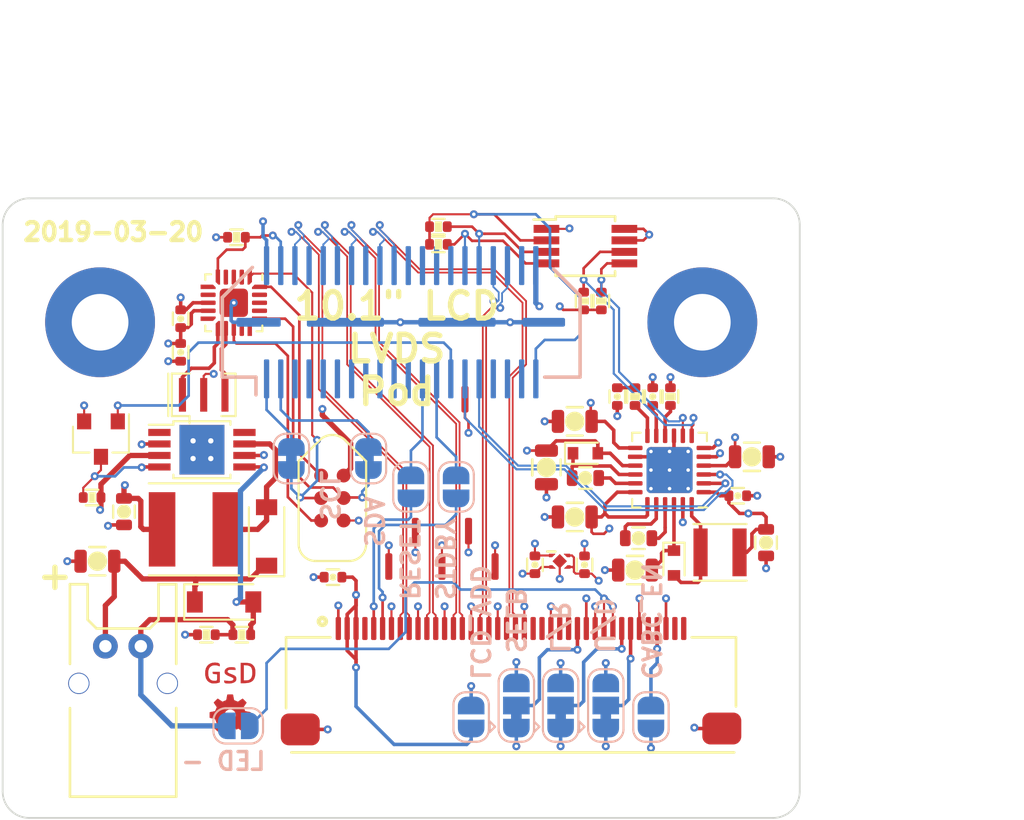
<source format=kicad_pcb>
(kicad_pcb (version 20221018) (generator pcbnew)
  (title_block (title "SYZYGY LVDS 10.1\" LCD Pod") (date "2020-05-23") (rev "r1.0"))
  (layers (0 "F.Cu" signal) (1 "In1.Cu" power) (2 "In2.Cu" signal) (31 "B.Cu" signal) (34 "B.Paste" user) (35 "F.Paste" user) (36 "B.SilkS" user "B.Silkscreen") (37 "F.SilkS" user "F.Silkscreen") (38 "B.Mask" user) (39 "F.Mask" user) (44 "Edge.Cuts" user))
  (net 0 "")
  (net 1 "GND")
  (net 2 "+5V")
  (net 3 "Net-(J1-Pad5)")
  (net 4 "/RXIN_0_P")
  (net 5 "Net-(J1-Pad7)")
  (net 6 "/RXIN_0_N")
  (net 7 "Net-(J1-Pad9)")
  (net 8 "/RXIN_1_P")
  (net 9 "Net-(J1-Pad11)")
  (net 10 "/RXIN_1_N")
  (net 11 "Net-(J1-Pad13)")
  (net 12 "/RXIN_2_P")
  (net 13 "Net-(J1-Pad15)")
  (net 14 "/RXIN_2_N")
  (net 15 "Net-(J1-Pad17)")
  (net 16 "/RXIN_3_P")
  (net 17 "Net-(J1-Pad19)")
  (net 18 "/RXIN_3_N")
  (net 19 "Net-(J1-Pad21)")
  (net 20 "Net-(J1-Pad22)")
  (net 21 "Net-(J1-Pad23)")
  (net 22 "Net-(J1-Pad24)")
  (net 23 "Net-(J1-Pad25)")
  (net 24 "Net-(J1-Pad26)")
  (net 25 "Net-(J1-Pad28)")
  (net 26 "Net-(J1-Pad33)")
  (net 27 "/CLK_P")
  (net 28 "Net-(J1-Pad35)")
  (net 29 "/CLK_N")
  (net 30 "Net-(J1-Pad37)")
  (net 31 "Net-(J1-Pad38)")
  (net 32 "Net-(U1-Pad19)")
  (net 33 "Net-(U1-Pad18)")
  (net 34 "Net-(U1-Pad17)")
  (net 35 "Net-(U1-Pad15)")
  (net 36 "Net-(U1-Pad14)")
  (net 37 "Net-(U1-Pad12)")
  (net 38 "Net-(U1-Pad11)")
  (net 39 "Net-(U1-Pad10)")
  (net 40 "+3V3")
  (net 41 "Net-(U1-Pad7)")
  (net 42 "Net-(U1-Pad6)")
  (net 43 "Net-(U1-Pad4)")
  (net 44 "Net-(U1-Pad3)")
  (net 45 "Net-(U1-Pad2)")
  (net 46 "Net-(C3-Pad1)")
  (net 47 "Net-(C4-Pad1)")
  (net 48 "Net-(C5-Pad2)")
  (net 49 "Net-(C5-Pad1)")
  (net 50 "Net-(C6-Pad2)")
  (net 51 "Net-(C6-Pad1)")
  (net 52 "/LCD PMIC/VOUT")
  (net 53 "Net-(D1-Pad2)")
  (net 54 "Net-(R2-Pad1)")
  (net 55 "Net-(R3-Pad2)")
  (net 56 "/VGH")
  (net 57 "/CABC_EN")
  (net 58 "/VGL")
  (net 59 "/U\\D")
  (net 60 "/L\\R")
  (net 61 "/LED-")
  (net 62 "/AVDD")
  (net 63 "/SELB")
  (net 64 "/DIMO")
  (net 65 "/STBYB")
  (net 66 "/RESET")
  (net 67 "/VDD")
  (net 68 "/VCOM")
  (net 69 "/LCD PMIC/LED+")
  (net 70 "Net-(D3-Pad2)")
  (net 71 "Net-(D4-Pad2)")
  (net 72 "Net-(Q1-Pad3)")
  (net 73 "/LCD PMIC/LED-")
  (net 74 "Net-(U3-Pad1)")
  (net 75 "Net-(U3-Pad8)")
  (net 76 "Net-(J2-Pad40)")
  (net 77 "Net-(J2-Pad39)")
  (net 78 "Net-(J2-Pad36)")
  (net 79 "Net-(J2-Pad26)")
  (net 80 "Net-(J2-Pad24)")
  (net 81 "Net-(J2-Pad23)")
  (net 82 "Net-(J2-Pad4)")
  (net 83 "/Peripheral MCU/MISO")
  (net 84 "/Peripheral MCU/MOSI")
  (net 85 "/Peripheral MCU/~{RESET}")
  (net 86 "/Peripheral MCU/SCK")
  (net 87 "/SCL")
  (net 88 "/SDA")
  (net 89 "/RGA")
  (net 90 "/LCD_EN")
  (net 91 "/LCD_DIM")
  (net 92 "/LCD_PMIC_SDA")
  (net 93 "/LCD_PMIC_SCL")
  (net 94 "/LCD_PMIC_FAULT")
  (net 95 "Net-(R11-Pad2)")
  (net 96 "Net-(R12-Pad2)")
  (net 97 "/VCCIO")
  (footprint "Package_DFN_QFN:QFN-20-1EP_3x3mm_P0.45mm_EP1.6x1.6mm" (layer "F.Cu") (at 120.55 87.1 -90)
    (fp_text reference "U1" hide)
    (fp_text value "ATtiny44A-MMH" hide)
  )
  (footprint "pkl_dipol:R_0402" (layer "F.Cu") (at 120.7 83.4)
    (fp_text reference "R1" hide)
    (fp_text value "10K" hide)
  )
  (footprint "gkl_conn:FH28E-40S-0.5SH(05)" (layer "F.Cu") (at 136.2 105.5 180)
    (fp_text reference "J2" hide)
    (fp_text value "40P 0.5MM FFC" hide)
  )
  (footprint "pkl_dipol:C_0603" (layer "F.Cu") (at 150.6 100.65 -90)
    (fp_text reference "C2" hide)
    (fp_text value "10uF" hide)
  )
  (footprint "pkl_dipol:R_0402" (layer "F.Cu") (at 143.2 92.4 -90)
    (fp_text reference "R3" hide)
    (fp_text value "5K" hide)
  )
  (footprint "pkl_dipol:C_0402" (layer "F.Cu") (at 149 98)
    (fp_text reference "C1" hide)
    (fp_text value "100n" hide)
  )
  (footprint "pkl_dipol:C_0402" (layer "F.Cu") (at 144.2 92.4 90)
    (fp_text reference "C3" hide)
    (fp_text value "100n" hide)
  )
  (footprint "pkl_dipol:C_0805" (layer "F.Cu") (at 143.2 102.2 180)
    (fp_text reference "C7" hide)
    (fp_text value "10uF" hide)
  )
  (footprint "pkl_dipol:C_0603" (layer "F.Cu") (at 140.4 97 180)
    (fp_text reference "C6" hide)
    (fp_text value "100n" hide)
  )
  (footprint "Package_DFN_QFN:QFN-24-1EP_4x4mm_P0.5mm_EP2.6x2.6mm_ThermalVias" (layer "F.Cu") (at 145.15 96.55 180)
    (fp_text reference "U2" hide)
    (fp_text value "A8603" hide)
  )
  (footprint "pkl_dipol:C_0603" (layer "F.Cu") (at 143.4 100.4)
    (fp_text reference "C5" hide)
    (fp_text value "100n" hide)
  )
  (footprint "pkl_dipol:R_0402" (layer "F.Cu") (at 145.2 92.4 90)
    (fp_text reference "R2" hide)
    (fp_text value "5K" hide)
  )
  (footprint "pkl_dipol:C_0805" (layer "F.Cu") (at 149.8 95.8)
    (fp_text reference "C9" hide)
    (fp_text value "10uF" hide)
  )
  (footprint "pkl_dipol:C_0402" (layer "F.Cu") (at 142.2 92.4 -90)
    (fp_text reference "C4" hide)
    (fp_text value "100n" hide)
  )
  (footprint "pkl_dipol:C_0805" (layer "F.Cu") (at 139.8 93.8 180)
    (fp_text reference "C8" hide)
    (fp_text value "10uF" hide)
  )
  (footprint "pkl_dipol:C_0805" (layer "F.Cu") (at 138.2 96.4 -90)
    (fp_text reference "C11" hide)
    (fp_text value "10uF" hide)
  )
  (footprint "Inductor_SMD:L_Taiyo-Yuden_MD-3030" (layer "F.Cu") (at 148 101.2 180)
    (fp_text reference "L1" hide)
    (fp_text value "L" hide)
  )
  (footprint "Diode_SMD:D_SOD-523" (layer "F.Cu") (at 140.4 95.6)
    (fp_text reference "D2" hide)
    (fp_text value "D_Schottky_ALT" hide)
  )
  (footprint "Diode_SMD:D_SOD-523" (layer "F.Cu") (at 145.4 101.8 -90)
    (fp_text reference "D1" hide)
    (fp_text value "D_Schottky_ALT" hide)
  )
  (footprint "pkl_dipol:C_0805" (layer "F.Cu") (at 139.8 99.2 180)
    (fp_text reference "C10" hide)
    (fp_text value "10uF" hide)
  )
  (footprint "pkl_dipol:C_0603" (layer "F.Cu") (at 114.35 98.9 -90)
    (fp_text reference "C12" hide)
    (fp_text value "10uF" hide)
  )
  (footprint "pkl_dipol:C_0805" (layer "F.Cu") (at 112.85 101.7 180)
    (fp_text reference "C13" hide)
    (fp_text value "10uF" hide)
  )
  (footprint "Diode_SMD:D_SOD-123" (layer "F.Cu") (at 120 104)
    (fp_text reference "D4" hide)
    (fp_text value "18V" hide)
  )
  (footprint "Package_TO_SOT_SMD:SOT-23" (layer "F.Cu") (at 113.05 94.8 -90)
    (fp_text reference "Q1" hide)
    (fp_text value "2N7002" hide)
  )
  (footprint "pkl_dipol:R_0402" (layer "F.Cu") (at 112.55 98.1 180)
    (fp_text reference "R4" hide)
    (fp_text value "5K" hide)
  )
  (footprint "pkl_dipol:R_0402" (layer "F.Cu") (at 121 105.85)
    (fp_text reference "R5" hide)
    (fp_text value "5K" hide)
  )
  (footprint "pkl_dipol:R_0402" (layer "F.Cu") (at 119 105.85)
    (fp_text reference "R6" hide)
    (fp_text value "5K" hide)
  )
  (footprint "Package_SO:MSOP-8-1EP_3x3mm_P0.65mm_EP2.54x2.8mm_ThermalVias" (layer "F.Cu") (at 118.75 95.4)
    (fp_text reference "U3" hide)
    (fp_text value "LM3410" hide)
  )
  (footprint "pkl_dipol:C_0402" (layer "F.Cu") (at 117.55 88 90)
    (fp_text reference "C14" hide)
    (fp_text value "100n" hide)
  )
  (footprint "pkl_dipol:C_0402" (layer "F.Cu") (at 117.55 89.9 -90)
    (fp_text reference "C15" hide)
    (fp_text value "1uF" hide)
  )
  (footprint "pkl_tag_connect:TC2030-NL_SMALL" (layer "F.Cu") (at 126.115 98.13 -90)
    (fp_text reference "J3" hide)
    (fp_text value "TagConnect" hide)
  )
  (footprint "Crystal:Resonator_SMD_muRata_CSTxExxV-3Pin_3.0x1.1mm" (layer "F.Cu") (at 118.85 92.3)
    (fp_text reference "Y1" hide)
    (fp_text value "8MHz" hide)
  )
  (footprint "TP" (layer "F.Cu") (at 129.3 102)
    (fp_text reference "REF**" hide)
    (fp_text value "TP" hide)
  )
  (footprint "pkl_dipol:C_0402" (layer "F.Cu") (at 140.35 101.9 90)
    (fp_text reference "C16" hide)
    (fp_text value "100n" hide)
  )
  (footprint "pkl_dipol:C_0402" (layer "F.Cu") (at 126.15 102.6 180)
    (fp_text reference "C17" hide)
    (fp_text value "1uF" hide)
  )
  (footprint "pkl_dipol:C_0402" (layer "F.Cu") (at 137.55 101.9 -90)
    (fp_text reference "C18" hide)
    (fp_text value "100nF" hide)
  )
  (footprint "TP" (layer "F.Cu") (at 130.8 100)
    (fp_text reference "REF**" hide)
    (fp_text value "TP" hide)
  )
  (footprint "TP" (layer "F.Cu") (at 132.3 102)
    (fp_text reference "REF**" hide)
    (fp_text value "TP" hide)
  )
  (footprint "TP" (layer "F.Cu") (at 133.8 100)
    (fp_text reference "REF**" hide)
    (fp_text value "TP" hide)
  )
  (footprint "TP" (layer "F.Cu") (at 135.3 102)
    (fp_text reference "REF**" hide)
    (fp_text value "TP" hide)
  )
  (footprint "TP" (layer "F.Cu") (at 133.6 92.55)
    (fp_text reference "REF**" hide)
    (fp_text value "TP" hide)
  )
  (footprint "pkl_dipol:R_0402" (layer "F.Cu") (at 132.1 82.8)
    (fp_text reference "R9" hide)
    (fp_text value "2k2" hide)
  )
  (footprint "pkl_dipol:R_0402" (layer "F.Cu") (at 132.1 83.8)
    (fp_text reference "R10" hide)
    (fp_text value "2k2" hide)
  )
  (footprint "pkl_dipol:R_0402" (layer "F.Cu") (at 140.3 87 90)
    (fp_text reference "R11" hide)
    (fp_text value "2k2" hide)
  )
  (footprint "pkl_dipol:R_0402" (layer "F.Cu") (at 141.3 87 90)
    (fp_text reference "R12" hide)
    (fp_text value "2k2" hide)
  )
  (footprint "gkl_housings_son:X2SON_4_1.0x1.0mm" (layer "F.Cu") (at 138.95 101.7)
    (fp_text reference "U5" hide)
    (fp_text value "NCP167" hide)
  )
  (footprint "Package_SO:MSOP-8_3x3mm_P0.65mm" (layer "F.Cu") (at 140.4 83.9)
    (fp_text reference "U4" hide)
    (fp_text value "PCA9306" hide)
  )
  (footprint "gkl_conn:SB02B-PASK-2" (layer "F.Cu") (at 114.3 106.5)
    (fp_text reference "J4" hide)
    (fp_text value "JST PA2" hide)
  )
  (footprint "Inductor_SMD:L_Taiyo-Yuden_MD-5050" (layer "F.Cu") (at 118.3 99.9)
    (fp_text reference "L2" hide)
    (fp_text value "L" hide)
  )
  (footprint "Diode_SMD:D_SOD-123" (layer "F.Cu") (at 122.4 100.3 90)
    (fp_text reference "D3" hide)
    (fp_text value "D_Schottky_ALT" hide)
  )
  (footprint "gkl_logos:gsd_logo_small" (layer "F.Cu") (at 120.35 108.1)
    (fp_text reference "G***" hide)
    (fp_text value "LOGO" hide)
  )
  (footprint "gkl_logos:oshw_small" (layer "F.Cu") (at 120.35 110.3)
    (fp_text reference "G***" hide)
    (fp_text value "LOGO" hide)
  )
  (footprint "gkl_conn:SYZYGY_standard_pod" (layer "B.Cu") (at 130 88.2 180)
    (fp_text reference "J1" hide)
    (fp_text value "SYZYGY-STD" hide)
  )
  (footprint "Jumper:SolderJumper-2_P1.3mm_Open_RoundedPad1.0x1.5mm" (layer "B.Cu") (at 133.95 110.5 -90)
    (fp_text reference "JP10" hide)
    (fp_text value "SolderJumper_2_Bridged" hide)
  )
  (footprint "Jumper:SolderJumper-2_P1.3mm_Open_RoundedPad1.0x1.5mm" (layer "B.Cu") (at 120.8 111)
    (fp_text reference "JP1" hide)
    (fp_text value "SolderJumper_2_Open" hide)
  )
  (footprint "Jumper:SolderJumper-2_P1.3mm_Bridged_RoundedPad1.0x1.5mm" (layer "B.Cu") (at 123.8 95.9 -90)
    (fp_text reference "JP2" hide)
    (fp_text value "SolderJumper_2_Bridged" hide)
  )
  (footprint "Jumper:SolderJumper-2_P1.3mm_Bridged_RoundedPad1.0x1.5mm" (layer "B.Cu") (at 128.15 95.9 -90)
    (fp_text reference "JP3" hide)
    (fp_text value "SolderJumper_2_Bridged" hide)
  )
  (footprint "Jumper:SolderJumper-2_P1.3mm_Open_RoundedPad1.0x1.5mm" (layer "B.Cu") (at 130.55 97.5 90)
    (fp_text reference "JP4" hide)
    (fp_text value "SolderJumper_2_Open" hide)
  )
  (footprint "Jumper:SolderJumper-2_P1.3mm_Open_RoundedPad1.0x1.5mm" (layer "B.Cu") (at 133.1 97.5 90)
    (fp_text reference "JP5" hide)
    (fp_text value "SolderJumper_2_Open" hide)
  )
  (footprint "Jumper:SolderJumper-3_P1.3mm_Bridged12_RoundedPad1.0x1.5mm" (layer "B.Cu") (at 136.5 109.85 90)
    (fp_text reference "JP6" hide)
    (fp_text value "SolderJumper_3_Bridged12" hide)
  )
  (footprint "Jumper:SolderJumper-3_P1.3mm_Bridged12_RoundedPad1.0x1.5mm" (layer "B.Cu") (at 139 109.85 90)
    (fp_text reference "JP7" hide)
    (fp_text value "SolderJumper_3_Bridged12" hide)
  )
  (footprint "Jumper:SolderJumper-3_P1.3mm_Bridged12_RoundedPad1.0x1.5mm" (layer "B.Cu") (at 141.55 109.85 90)
    (fp_text reference "JP8" hide)
    (fp_text value "SolderJumper_3_Bridged12" hide)
  )
  (footprint "Jumper:SolderJumper-2_P1.3mm_Open_RoundedPad1.0x1.5mm" (layer "B.Cu") (at 144.1 110.5 90)
    (fp_text reference "JP9" hide)
    (fp_text value "SolderJumper_2_Open" hide)
  )
  (gr_circle (center 125.55 105.1) (end 125.75 105.1) (stroke (width 0.25)) (fill none) (layer "F.SilkS"))
  (gr_line (start 151 116.2) (end 109 116.2) (stroke (width 0.1)) (layer "Edge.Cuts"))
  (gr_line (start 109 81.2) (end 151 81.2) (stroke (width 0.1)) (layer "Edge.Cuts"))
  (gr_line (start 107.5 114.7) (end 107.5 82.7) (stroke (width 0.1)) (layer "Edge.Cuts"))
  (gr_arc (start 107.5 82.7) (mid 107.93934 81.63934) (end 109 81.2) (stroke (width 0.1)) (layer "Edge.Cuts"))
  (gr_arc (start 109 116.2) (mid 107.93934 115.76066) (end 107.5 114.7) (stroke (width 0.1)) (layer "Edge.Cuts"))
  (gr_line (start 152.5 82.7) (end 152.5 114.7) (stroke (width 0.1)) (layer "Edge.Cuts"))
  (gr_arc (start 152.5 114.7) (mid 152.06066 115.76066) (end 151 116.2) (stroke (width 0.1)) (layer "Edge.Cuts"))
  (gr_arc (start 151 81.2) (mid 152.06066 81.63934) (end 152.5 82.7) (stroke (width 0.1)) (layer "Edge.Cuts"))
  (gr_text "U/D" (at 141.45 107 270) (layer "B.SilkS") (effects (font (size 1 1) (thickness 0.2)) (justify left mirror)))
  (gr_text "L/R\n" (at 138.95 107 270) (layer "B.SilkS") (effects (font (size 1 1) (thickness 0.2)) (justify left mirror)))
  (gr_text "SELB" (at 136.45 107 270) (layer "B.SilkS") (effects (font (size 1 1) (thickness 0.2)) (justify left mirror)))
  (gr_text "LCD_VDD" (at 134.45 108.5 270) (layer "B.SilkS") (effects (font (size 1 1) (thickness 0.2)) (justify left mirror)))
  (gr_text "LED -" (at 122.45 113) (layer "B.SilkS") (effects (font (size 1 1) (thickness 0.2)) (justify left mirror)))
  (gr_text "RESET" (at 130.45 104 270) (layer "B.SilkS") (effects (font (size 1 1) (thickness 0.2)) (justify left mirror)))
  (gr_text "STDBY" (at 132.45 104 270) (layer "B.SilkS") (effects (font (size 1 1) (thickness 0.2)) (justify left mirror)))
  (gr_text "SDA" (at 128.45 101 270) (layer "B.SilkS") (effects (font (size 1 1) (thickness 0.2)) (justify left mirror)))
  (gr_text "SCL\n" (at 125.95 99.5 270) (layer "B.SilkS") (effects (font (size 1 1) (thickness 0.2)) (justify left mirror)))
  (gr_text "CABC_EN" (at 144.1 108.5 270) (layer "B.SilkS") (effects (font (size 1 1) (thickness 0.2)) (justify left mirror)))
  (gr_text "+" (at 110.45 102.5) (layer "F.SilkS") (effects (font (size 1.5 1.5) (thickness 0.3))))
  (gr_text "10.1\" LCD\nLVDS\nPod" (at 129.75 89.7) (layer "F.SilkS") (effects (font (size 1.5 1.5) (thickness 0.3))))
  (gr_text "2019-03-20" (at 113.75 83.1) (layer "F.SilkS") (effects (font (size 1 1) (thickness 0.25))))
  (segment (start 147.0875 95.8) (end 147.8 95.8) (width 0.2) (layer "F.Cu") (net 1))
  (segment (start 138.2 97.35) (end 138.2 98.1) (width 0.2) (layer "F.Cu") (net 1))
  (segment (start 147.0875 95.3) (end 147.6 95.3) (width 0.2) (layer "F.Cu") (net 1))
  (segment (start 147.6 95.3) (end 147.9 95) (width 0.2) (layer "F.Cu") (net 1))
  (segment (start 138.85 99.2) (end 138.1 99.2) (width 0.2) (layer "F.Cu") (net 1))
  (segment (start 145.9 98.4875) (end 145.9 99.5) (width 0.2) (layer "F.Cu") (net 1))
  (segment (start 150.75 95.8) (end 151.4 95.8) (width 0.2) (layer "F.Cu") (net 1))
  (segment (start 150.6 101.4) (end 150.6 102.1) (width 0.2) (layer "F.Cu") (net 1))
  (segment (start 145.4 94.6125) (end 145.4 96.3) (width 0.2) (layer "F.Cu") (net 1))
  (segment (start 147.8 95.8) (end 148 95.6) (width 0.2) (layer "F.Cu") (net 1))
  (segment (start 145.4 96.3) (end 145.15 96.55) (width 0.2) (layer "F.Cu") (net 1))
  (segment (start 142.25 102.2) (end 141.5 102.2) (width 0.2) (layer "F.Cu") (net 1))
  (segment (start 143.2125 95.8) (end 144.4 95.8) (width 0.2) (layer "F.Cu") (net 1))
  (segment (start 145.2 91.9) (end 145.2 91.3) (width 0.2) (layer "F.Cu") (net 1))
  (segment (start 149.5 98) (end 150.1 98) (width 0.2) (layer "F.Cu") (net 1))
  (segment (start 144.4 95.8) (end 145.15 96.55) (width 0.2) (layer "F.Cu") (net 1))
  (segment (start 144.2 91.9) (end 144.2 91.3) (width 0.2) (layer "F.Cu") (net 1))
  (segment (start 138.85 93.8) (end 138.1 93.8) (width 0.2) (layer "F.Cu") (net 1))
  (segment (start 142.2 92.9) (end 142.2 93.5) (width 0.2) (layer "F.Cu") (net 1))
  (segment (start 132.45 105.5) (end 132.45 104.25) (width 0.12) (layer "F.Cu") (net 1))
  (segment (start 135.45 105.5) (end 135.45 104.25) (width 0.12) (layer "F.Cu") (net 1))
  (segment (start 138.45 102.025) (end 137.925 102.025) (width 0.12) (layer "F.Cu") (net 1))
  (segment (start 138.45 105.5) (end 138.45 104.25) (width 0.12) (layer "F.Cu") (net 1))
  (segment (start 139.475 82.925) (end 139.5 82.9) (width 0.12) (layer "F.Cu") (net 1))
  (segment (start 116.35 95.075) (end 115.375 95.075) (width 0.2) (layer "F.Cu") (net 1))
  (segment (start 132.3 102) (end 132.3 100.8) (width 0.12) (layer "F.Cu") (net 1))
  (segment (start 113.5 99.65) (end 113.45 99.7) (width 0.2) (layer "F.Cu") (net 1))
  (segment (start 130.8 100) (end 130.8 101.2) (width 0.12) (layer "F.Cu") (net 1))
  (segment (start 121.15 95.725) (end 122.225 95.725) (width 0.2) (layer "F.Cu") (net 1))
  (segment (start 138.2 82.925) (end 139.475 82.925) (width 0.12) (layer "F.Cu") (net 1))
  (segment (start 111.9 101.7) (end 111.15 101.7) (width 0.2) (layer "F.Cu") (net 1))
  (segment (start 133.6 92.55) (end 133.6 93.6) (width 0.15) (layer "F.Cu") (net 1))
  (segment (start 117.55 87.5) (end 117.55 86.8) (width 0.2) (layer "F.Cu") (net 1))
  (segment (start 138.95 101.7) (end 138.95 102.7) (width 0.12) (layer "F.Cu") (net 1))
  (segment (start 126.75 99.4) (end 127.6 99.4) (width 0.12) (layer "F.Cu") (net 1))
  (segment (start 140.95 105.5) (end 140.95 104.25) (width 0.12) (layer "F.Cu") (net 1))
  (segment (start 133.8 94.45) (end 133.8 93.8) (width 0.15) (layer "F.Cu") (net 1))
  (segment (start 129.45 105.5) (end 129.45 104.25) (width 0.12) (layer "F.Cu") (net 1))
  (segment (start 118.85 92.3) (end 118.85 91.23) (width 0.12) (layer "F.Cu") (net 1))
  (segment (start 125.65 102.6) (end 125.05 102.6) (width 0.2) (layer "F.Cu") (net 1))
  (segment (start 118.961994 91.118006) (end 119.415005 91.118006) (width 0.12) (layer "F.Cu") (net 1))
  (segment (start 146.6 111.15) (end 146.55 111.1) (width 0.2) (layer "F.Cu") (net 1))
  (segment (start 137.925 102.025) (end 137.55 102.4) (width 0.12) (layer "F.Cu") (net 1))
  (segment (start 115.375 95.075) (end 115.35 95.1) (width 0.2) (layer "F.Cu") (net 1))
  (segment (start 119.1 87.1) (end 118.25 87.1) (width 0.2) (layer "F.Cu") (net 1))
  (segment (start 148.1 111.15) (end 146.6 111.15) (width 0.2) (layer "F.Cu") (net 1))
  (segment (start 129.3 102) (end 129.3 100.8) (width 0.12) (layer "F.Cu") (net 1))
  (segment (start 122.225 95.725) (end 122.25 95.7) (width 0.2) (layer "F.Cu") (net 1))
  (segment (start 117.55 90.4) (end 116.85 90.4) (width 0.2) (layer "F.Cu") (net 1))
  (segment (start 136.95 105.5) (end 136.95 104.25) (width 0.12) (layer "F.Cu") (net 1))
  (segment (start 133.8 100) (end 133.8 101.2) (width 0.12) (layer "F.Cu") (net 1))
  (segment (start 133.6 93.6) (end 133.8 93.8) (width 0.15) (layer "F.Cu") (net 1))
  (segment (start 137.55 102.4) (end 136.85 102.4) (width 0.12) (layer "F.Cu") (net 1))
  (segment (start 133.95 105.5) (end 133.95 104.25) (width 0.12) (layer "F.Cu") (net 1))
  (segment (start 114.35 99.65) (end 113.5 99.65) (width 0.2) (layer "F.Cu") (net 1))
  (segment (start 130.95 105.5) (end 130.95 104.25) (width 0.12) (layer "F.Cu") (net 1))
  (segment (start 118.85 91.23) (end 118.961994 91.118006) (width 0.12) (layer "F.Cu") (net 1))
  (segment (start 135.3 102) (end 135.3 100.8) (width 0.12) (layer "F.Cu") (net 1))
  (segment (start 117.85 87.5) (end 117.55 87.5) (width 0.2) (layer "F.Cu") (net 1))
  (segment (start 118.25 87.1) (end 117.85 87.5) (width 0.2) (layer "F.Cu") (net 1))
  (segment (start 118.5 105.85) (end 117.8 105.85) (width 0.2) (layer "F.Cu") (net 1))
  (segment (start 140.35 101.4) (end 140.35 100.7) (width 0.12) (layer "F.Cu") (net 1))
  (segment (start 124.3 111.2) (end 125.85 111.2) (width 0.2) (layer "F.Cu") (net 1))
  (segment (start 112.1 93.8) (end 112.1 92.9) (width 0.12) (layer "F.Cu") (net 1))
  (via (at 148 95.6) (size 0.45) (drill 0.2) (layers "F.Cu" "B.Cu") (net 1))
  (via (at 150.1 98) (size 0.45) (drill 0.2) (layers "F.Cu" "B.Cu") (net 1))
  (via (at 151.4 95.8) (size 0.45) (drill 0.2) (layers "F.Cu" "B.Cu") (net 1))
  (via (at 147.9 95) (size 0.45) (drill 0.2) (layers "F.Cu" "B.Cu") (net 1))
  (via (at 138.2 98.1) (size 0.45) (drill 0.2) (layers "F.Cu" "B.Cu") (net 1))
  (via (at 145.9 99.5) (size 0.45) (drill 0.2) (layers "F.Cu" "B.Cu") (net 1))
  (via (at 145.2 91.3) (size 0.45) (drill 0.2) (layers "F.Cu" "B.Cu") (net 1))
  (via (at 142.2 93.5) (size 0.45) (drill 0.2) (layers "F.Cu" "B.Cu") (net 1))
  (via (at 138.1 99.2) (size 0.45) (drill 0.2) (layers "F.Cu" "B.Cu") (net 1))
  (via (at 141.5 102.2) (size 0.45) (drill 0.2) (layers "F.Cu" "B.Cu") (net 1))
  (via (at 150.6 102.1) (size 0.45) (drill 0.2) (layers "F.Cu" "B.Cu") (net 1))
  (via (at 144.2 91.3) (size 0.45) (drill 0.2) (layers "F.Cu" "B.Cu") (net 1))
  (via (at 138.1 93.8) (size 0.45) (drill 0.2) (layers "F.Cu" "B.Cu") (net 1))
  (via (at 133.8 94.45) (size 0.45) (drill 0.2) (layers "F.Cu" "B.Cu") (net 1))
  (via (at 138.95 102.7) (size 0.45) (drill 0.2) (layers "F.Cu" "B.Cu") (net 1))
  (via (at 125.85 111.2) (size 0.45) (drill 0.2) (layers "F.Cu" "B.Cu") (net 1))
  (via (at 139 112.15) (size 0.45) (drill 0.2) (layers "F.Cu" "B.Cu") (net 1))
  (via (at 112.1 92.9) (size 0.45) (drill 0.2) (layers "F.Cu" "B.Cu") (net 1))
  (via (at 115.35 95.1) (size 0.45) (drill 0.2) (layers "F.Cu" "B.Cu") (net 1))
  (via (at 127.6 99.4) (size 0.45) (drill 0.2) (layers "F.Cu" "B.Cu") (net 1))
  (via (at 119.415005 91.118006) (size 0.45) (drill 0.2) (layers "F.Cu" "B.Cu") (net 1))
  (via (at 133.95 104.25) (size 0.45) (drill 0.2) (layers "F.Cu" "B.Cu") (net 1))
  (via (at 113.45 99.7) (size 0.45) (drill 0.2) (layers "F.Cu" "B.Cu") (net 1))
  (via (at 136.85 102.4) (size 0.45) (drill 0.2) (layers "F.Cu" "B.Cu") (net 1))
  (via (at 122.25 95.7) (size 0.45) (drill 0.2) (layers "F.Cu" "B.Cu") (net 1))
  (via (at 129.3 100.8) (size 0.45) (drill 0.2) (layers "F.Cu" "B.Cu") (net 1))
  (via (at 140.95 104.25) (size 0.45) (drill 0.2) (layers "F.Cu" "B.Cu") (net 1))
  (via (at 138.45 104.25) (size 0.45) (drill 0.2) (layers "F.Cu" "B.Cu") (net 1))
  (via (at 136.95 104.25) (size 0.45) (drill 0.2) (layers "F.Cu" "B.Cu") (net 1))
  (via (at 117.8 105.85) (size 0.45) (drill 0.2) (layers "F.Cu" "B.Cu") (net 1))
  (via (at 140.35 100.7) (size 0.45) (drill 0.2) (layers "F.Cu" "B.Cu") (net 1))
  (via (at 132.3 100.8) (size 0.45) (drill 0.2) (layers "F.Cu" "B.Cu") (net 1))
  (via (at 135.45 104.25) (size 0.45) (drill 0.2) (layers "F.Cu" "B.Cu") (net 1))
  (via (at 129.45 104.25) (size 0.45) (drill 0.2) (layers "F.Cu" "B.Cu") (net 1))
  (via (at 136.5 112.15) (size 0.45) (drill 0.2) (layers "F.Cu" "B.Cu") (net 1))
  (via (at 136.15 88.2) (size 0.45) (drill 0.2) (layers "F.Cu" "B.Cu") (net 1))
  (via (at 135.3 100.8) (size 0.45) (drill 0.2) (layers "F.Cu" "B.Cu") (net 1))
  (via (at 141.55 112.15) (size 0.45) (drill 0.2) (layers "F.Cu" "B.Cu") (net 1))
  (via (at 116.85 90.4) (size 0.45) (drill 0.2) (layers "F.Cu" "B.Cu") (net 1))
  (via (at 133.8 101.2) (size 0.45) (drill 0.2) (layers "F.Cu" "B.Cu") (net 1))
  (via (at 132.45 104.25) (size 0.45) (drill 0.2) (layers "F.Cu" "B.Cu") (net 1))
  (via (at 139.5 82.9) (size 0.45) (drill 0.2) (layers "F.Cu" "B.Cu") (net 1))
  (via (at 117.55 86.8) (size 0.45) (drill 0.2) (layers "F.Cu" "B.Cu") (net 1))
  (via (at 111.15 101.7) (size 0.45) (drill 0.2) (layers "F.Cu" "B.Cu") (net 1))
  (via (at 129.95 88.2) (size 0.45) (drill 0.2) (layers "F.Cu" "B.Cu") (net 1))
  (via (at 120.55 87.1) (size 0.45) (drill 0.2) (layers "F.Cu" "B.Cu") (net 1))
  (via (at 130.8 101.2) (size 0.45) (drill 0.2) (layers "F.Cu" "B.Cu") (net 1))
  (via (at 130.95 104.25) (size 0.45) (drill 0.2) (layers "F.Cu" "B.Cu") (net 1))
  (via (at 146.55 111.1) (size 0.45) (drill 0.2) (layers "F.Cu" "B.Cu") (net 1))
  (via (at 125.05 102.6) (size 0.45) (drill 0.2) (layers "F.Cu" "B.Cu") (net 1))
  (segment (start 129.95 88.2) (end 133.15 88.2) (width 0.25) (layer "B.Cu") (net 1))
  (segment (start 126.85 88.2) (end 129.95 88.2) (width 0.25) (layer "B.Cu") (net 1))
  (segment (start 136.5 111.15) (end 136.5 112.15) (width 0.2) (layer "B.Cu") (net 1))
  (segment (start 121.95 88.2) (end 120.5 88.2) (width 0.2) (layer "B.Cu") (net 1))
  (segment (start 120.4 87.25) (end 120.55 87.1) (width 0.2) (layer "B.Cu") (net 1))
  (segment (start 139 111.15) (end 139 112.15) (width 0.2) (layer "B.Cu") (net 1))
  (segment (start 133.15 88.2) (end 136.15 88.2) (width 0.25) (layer "B.Cu") (net 1))
  (segment (start 136.15 88.2) (end 138.05 88.2) (width 0.25) (layer "B.Cu") (net 1))
  (segment (start 120.5 88.2) (end 120.4 88.1) (width 0.2) (layer "B.Cu") (net 1))
  (segment (start 141.55 111.15) (end 141.55 112.15) (width 0.2) (layer "B.Cu") (net 1))
  (segment (start 120.4 88.1) (end 120.4 87.25) (width 0.2) (layer "B.Cu") (net 1))
  (segment (start 150.05 99.9) (end 149.8 100.15) (width 0.2) (layer "F.Cu") (net 2))
  (segment (start 147.0875 97.8) (end 147.8 97.8) (width 0.2) (layer "F.Cu") (net 2))
  (segment (start 148.5 98.4) (end 149.1 99) (width 0.2) (layer "F.Cu") (net 2))
  (segment (start 147.8 97.8) (end 148 98) (width 0.2) (layer "F.Cu") (net 2))
  (segment (start 149.5 101.2) (end 149.1 101.2) (width 0.2) (layer "F.Cu") (net 2))
  (segment (start 150.6 99.9) (end 150.05 99.9) (width 0.2) (layer "F.Cu") (net 2))
  (segment (start 148.5 98) (end 148.5 98.4) (width 0.2) (layer "F.Cu") (net 2))
  (segment (start 148 98) (end 148.5 98) (width 0.2) (layer "F.Cu") (net 2))
  (segment (start 150.6 99.2) (end 150.6 99.9) (width 0.2) (layer "F.Cu") (net 2))
  (segment (start 149.8 100.15) (end 149.8 100.9) (width 0.2) (layer "F.Cu") (net 2))
  (segment (start 150.4 99) (end 150.6 99.2) (width 0.2) (layer "F.Cu") (net 2))
  (segment (start 149.8 100.9) (end 149.5 101.2) (width 0.2) (layer "F.Cu") (net 2))
  (segment (start 139.675 102.025) (end 139.75 102.1) (width 0.12) (layer "F.Cu") (net 2))
  (segment (start 149.1 99) (end 149.6 99) (width 0.2) (layer "F.Cu") (net 2))
  (segment (start 115.45 99.9) (end 115.3 99.75) (width 0.3) (layer "F.Cu") (net 2))
  (segment (start 113.05 98.1) (end 113.05 98.75) (width 0.3) (layer "F.Cu") (net 2))
  (segment (start 140.35 102.4) (end 140.75 102.4) (width 0.12) (layer "F.Cu") (net 2))
  (segment (start 115.3 99.75) (end 115.3 98.3) (width 0.3) (layer "F.Cu") (net 2))
  (segment (start 143.775001 83.025001) (end 144 83.25) (width 0.15) (layer "F.Cu") (net 2))
  (segment (start 113.05 98.75) (end 113 98.8) (width 0.3) (layer "F.Cu") (net 2))
  (segment (start 116.5 99.9) (end 115.45 99.9) (width 0.3) (layer "F.Cu") (net 2))
  (segment (start 143.675 82.925) (end 143.775001 83.025001) (width 0.15) (layer "F.Cu") (net 2))
  (segment (start 113.05 97.35) (end 113.05 98.1) (width 0.3) (layer "F.Cu") (net 2))
  (segment (start 139.75 101.485) (end 139.75 102.1) (width 0.12) (layer "F.Cu") (net 2))
  (segment (start 114.675 95.725) (end 113.05 97.35) (width 0.3) (layer "F.Cu") (net 2))
  (segment (start 142.6 83.575) (end 143.675 83.575) (width 0.15) (layer "F.Cu") (net 2))
  (segment (start 114.35 98.15) (end 114.35 97.45) (width 0.3) (layer "F.Cu") (net 2))
  (segment (start 139.47 102.025) (end 139.675 102.025) (width 0.12) (layer "F.Cu") (net 2))
  (segment (start 139.64 101.375) (end 139.75 101.485) (width 0.12) (layer "F.Cu") (net 2))
  (segment (start 140.3 87.5) (end 139.15 87.5) (width 0.15) (layer "F.Cu") (net 2))
  (segment (start 149.6 99) (end 150.4 99) (width 0.2) (layer "F.Cu") (net 2))
  (segment (start 140.75 102.4) (end 141.15 102.8) (width 0.12) (layer "F.Cu") (net 2))
  (segment (start 142.6 82.925) (end 143.675 82.925) (width 0.15) (layer "F.Cu") (net 2))
  (segment (start 139.15 87.5) (end 138.95 87.3) (width 0.15) (layer "F.Cu") (net 2))
  (segment (start 115.15 98.15) (end 114.35 98.15) (width 0.3) (layer "F.Cu") (net 2))
  (segment (start 116.35 95.725) (end 114.675 95.725) (width 0.3) (layer "F.Cu") (net 2))
  (segment (start 139.75 102.3) (end 139.85 102.4) (width 0.12) (layer "F.Cu") (net 2))
  (segment (start 143.675 83.575) (end 143.775001 83.474999) (width 0.15) (layer "F.Cu") (net 2))
  (segment (start 115.3 98.3) (end 115.15 98.15) (width 0.3) (layer "F.Cu") (net 2))
  (segment (start 143.775001 83.474999) (end 144 83.25) (width 0.15) (layer "F.Cu") (net 2))
  (segment (start 141.3 87.5) (end 140.3 87.5) (width 0.15) (layer "F.Cu") (net 2))
  (segment (start 114.35 97.45) (end 114.4 97.4) (width 0.3) (layer "F.Cu") (net 2))
  (segment (start 139.85 102.4) (end 140.35 102.4) (width 0.12) (layer "F.Cu") (net 2))
  (segment (start 139.75 102.1) (end 139.75 102.3) (width 0.12) (layer "F.Cu") (net 2))
  (segment (start 139.45 101.375) (end 139.64 101.375) (width 0.12) (layer "F.Cu") (net 2))
  (via (at 149.6 99) (size 0.45) (drill 0.2) (layers "F.Cu" "B.Cu") (net 2))
  (via (at 144 83.25) (size 0.45) (drill 0.2) (layers "F.Cu" "B.Cu") (net 2))
  (via (at 138.95 87.3) (size 0.45) (drill 0.2) (layers "F.Cu" "B.Cu") (net 2))
  (via (at 114.4 97.4) (size 0.45) (drill 0.2) (layers "F.Cu" "B.Cu") (net 2))
  (via (at 122.2 82.5) (size 0.45) (drill 0.2) (layers "F.Cu" "B.Cu") (net 2))
  (via (at 141.15 102.8) (size 0.45) (drill 0.2) (layers "F.Cu" "B.Cu") (net 2))
  (via (at 113 98.8) (size 0.45) (drill 0.2) (layers "F.Cu" "B.Cu") (net 2))
  (segment (start 122.2 83.362648) (end 122.2 82.5) (width 0.2) (layer "B.Cu") (net 2))
  (segment (start 122.4 83.562648) (end 122.2 83.362648) (width 0.2) (layer "B.Cu") (net 2))
  (segment (start 122.4 85) (end 122.4 83.562648) (width 0.2) (layer "B.Cu") (net 2))
  (segment (start 125.55 84.316392) (end 124.190548 82.95694) (width 0.1) (layer "F.Cu") (net 4))
  (segment (start 130.45 105.5) (end 130.45 104.75) (width 0.1) (layer "F.Cu") (net 4))
  (segment (start 125.55 91.916392) (end 125.55 84.316392) (width 0.1) (layer "F.Cu") (net 4))
  (segment (start 130.294475 104.605525) (end 130.294475 96.660867) (width 0.1) (layer "F.Cu") (net 4))
  (segment (start 130.294475 96.660867) (end 125.55 91.916392) (width 0.1) (layer "F.Cu") (net 4))
  (segment (start 130.45 104.75) (end 130.305525 104.605525) (width 0.1) (layer "F.Cu") (net 4))
  (segment (start 124.190548 82.95694) (end 124.190548 82.709452) (width 0.1) (layer "F.Cu") (net 4))
  (segment (start 130.305525 104.605525) (end 130.294475 104.605525) (width 0.1) (layer "F.Cu") (net 4))
  (via (at 124.190548 82.709452) (size 0.45) (drill 0.2) (layers "F.Cu" "B.Cu") (net 4))
  (segment (start 124.494475 83.505525) (end 124.494475 83.260867) (width 0.1) (layer "B.Cu") (net 4))
  (segment (start 124.8 85) (end 124.8 83.8) (width 0.1) (layer "B.Cu") (net 4))
  (segment (start 124.494475 83.260867) (end 124.190548 82.95694) (width 0.1) (layer "B.Cu") (net 4))
  (segment (start 124.190548 82.95694) (end 124.190548 82.709452) (width 0.1) (layer "B.Cu") (net 4))
  (segment (start 124.8 83.8) (end 124.505525 83.505525) (width 0.1) (layer "B.Cu") (net 4))
  (segment (start 124.505525 83.505525) (end 124.494475 83.505525) (width 0.1) (layer "B.Cu") (net 4))
  (segment (start 125.35 84.383608) (end 124.05694 83.090548) (width 0.1) (layer "F.Cu") (net 6))
  (segment (start 124.05694 83.090548) (end 123.809452 83.090548) (width 0.1) (layer "F.Cu") (net 6))
  (segment (start 130.105525 104.594475) (end 130.105525 96.739133) (width 0.1) (layer "F.Cu") (net 6))
  (segment (start 125.35 91.983608) (end 125.35 84.383608) (width 0.1) (layer "F.Cu") (net 6))
  (segment (start 129.95 105.5) (end 129.95 104.75) (width 0.1) (layer "F.Cu") (net 6))
  (segment (start 130.105525 96.739133) (end 125.35 91.983608) (width 0.1) (layer "F.Cu") (net 6))
  (segment (start 129.95 104.75) (end 130.105525 104.594475) (width 0.1) (layer "F.Cu") (net 6))
  (via (at 123.809452 83.090548) (size 0.45) (drill 0.2) (layers "F.Cu" "B.Cu") (net 6))
  (segment (start 124.305525 83.494475) (end 124.305525 83.339133) (width 0.1) (layer "B.Cu") (net 6))
  (segment (start 124.05694 83.090548) (end 123.809452 83.090548) (width 0.1) (layer "B.Cu") (net 6))
  (segment (start 124.305525 83.339133) (end 124.05694 83.090548) (width 0.1) (layer "B.Cu") (net 6))
  (segment (start 124 85) (end 124 83.8) (width 0.1) (layer "B.Cu") (net 6))
  (segment (start 124 83.8) (end 124.305525 83.494475) (width 0.1) (layer "B.Cu") (net 6))
  (segment (start 131.95 105.5) (end 131.95 104.75) (width 0.1) (layer "F.Cu") (net 8))
  (segment (start 125.690548 82.95694) (end 125.690548 82.709452) (width 0.1) (layer "F.Cu") (net 8))
  (segment (start 131.794475 104.594475) (end 131.794475 95.160867) (width 0.1) (layer "F.Cu") (net 8))
  (segment (start 127.15 90.516392) (end 127.15 84.416392) (width 0.1) (layer "F.Cu") (net 8))
  (segment (start 131.95 104.75) (end 131.794475 104.594475) (width 0.1) (layer "F.Cu") (net 8))
  (segment (start 127.15 84.416392) (end 125.690548 82.95694) (width 0.1) (layer "F.Cu") (net 8))
  (segment (start 131.794475 95.160867) (end 127.15 90.516392) (width 0.1) (layer "F.Cu") (net 8))
  (via (at 125.690548 82.709452) (size 0.45) (drill 0.2) (layers "F.Cu" "B.Cu") (net 8))
  (segment (start 126.4 85) (end 126.4 83.8) (width 0.1) (layer "B.Cu") (net 8))
  (segment (start 126.4 83.8) (end 126.094475 83.494475) (width 0.1) (layer "B.Cu") (net 8))
  (segment (start 126.094475 83.360867) (end 125.690548 82.95694) (width 0.1) (layer "B.Cu") (net 8))
  (segment (start 125.690548 82.95694) (end 125.690548 82.709452) (width 0.1) (layer "B.Cu") (net 8))
  (segment (start 126.094475 83.494475) (end 126.094475 83.360867) (width 0.1) (layer "B.Cu") (net 8))
  (segment (start 131.45 105.5) (end 131.45 104.75) (width 0.1) (layer "F.Cu") (net 10))
  (segment (start 126.95 90.583608) (end 126.95 84.483608) (width 0.1) (layer "F.Cu") (net 10))
  (segment (start 131.45 104.75) (end 131.605525 104.594475) (width 0.1) (layer "F.Cu") (net 10))
  (segment (start 131.605525 95.239133) (end 126.95 90.583608) (width 0.1) (layer "F.Cu") (net 10))
  (segment (start 125.55694 83.090548) (end 125.309452 83.090548) (width 0.1) (layer "F.Cu") (net 10))
  (segment (start 131.605525 104.594475) (end 131.605525 95.239133) (width 0.1) (layer "F.Cu") (net 10))
  (segment (start 126.95 84.483608) (end 125.55694 83.090548) (width 0.1) (layer "F.Cu") (net 10))
  (via (at 125.309452 83.090548) (size 0.45) (drill 0.2) (layers "F.Cu" "B.Cu") (net 10))
  (segment (start 125.55694 83.090548) (end 125.309452 83.090548) (width 0.1) (layer "B.Cu") (net 10))
  (segment (start 125.905525 83.505525) (end 125.905525 83.439133) (width 0.1) (layer "B.Cu") (net 10))
  (segment (start 125.6 85) (end 125.6 83.8) (width 0.1) (layer "B.Cu") (net 10))
  (segment (start 125.6 83.8) (end 125.61105 83.8) (width 0.1) (layer "B.Cu") (net 10))
  (segment (start 125.905525 83.439133) (end 125.55694 83.090548) (width 0.1) (layer "B.Cu") (net 10))
  (segment (start 125.61105 83.8) (end 125.905525 83.505525) (width 0.1) (layer "B.Cu") (net 10))
  (segment (start 133.45 105.5) (end 133.45 104.75) (width 0.1) (layer "F.Cu") (net 12))
  (segment (start 133.294475 93.860867) (end 128.75 89.316392) (width 0.1) (layer "F.Cu") (net 12))
  (segment (start 128.75 84.516392) (end 127.190548 82.95694) (width 0.1) (layer "F.Cu") (net 12))
  (segment (start 128.75 89.316392) (end 128.75 84.516392) (width 0.1) (layer "F.Cu") (net 12))
  (segment (start 127.190548 82.95694) (end 127.190548 82.709452) (width 0.1) (layer "F.Cu") (net 12))
  (segment (start 133.45 104.75) (end 133.294475 104.594475) (width 0.1) (layer "F.Cu") (net 12))
  (segment (start 133.294475 104.594475) (end 133.294475 93.860867) (width 0.1) (layer "F.Cu") (net 12))
  (via (at 127.190548 82.709452) (size 0.45) (drill 0.2) (layers "F.Cu" "B.Cu") (net 12))
  (segment (start 127.190548 82.95694) (end 127.190548 82.709452) (width 0.1) (layer "B.Cu") (net 12))
  (segment (start 127.694475 83.460867) (end 127.190548 82.95694) (width 0.1) (layer "B.Cu") (net 12))
  (segment (start 128 85) (end 128 83.8) (width 0.1) (layer "B.Cu") (net 12))
  (segment (start 127.694475 83.494475) (end 127.694475 83.460867) (width 0.1) (layer "B.Cu") (net 12))
  (segment (start 128 83.8) (end 127.694475 83.494475) (width 0.1) (layer "B.Cu") (net 12))
  (segment (start 128.55 84.583608) (end 127.05694 83.090548) (width 0.1) (layer "F.Cu") (net 14))
  (segment (start 128.55 89.383608) (end 128.55 84.583608) (width 0.1) (layer "F.Cu") (net 14))
  (segment (start 132.95 105.5) (end 132.95 104.75) (width 0.1) (layer "F.Cu") (net 14))
  (segment (start 132.95 104.75) (end 133.105525 104.594475) (width 0.1) (layer "F.Cu") (net 14))
  (segment (start 133.105525 93.939133) (end 128.55 89.383608) (width 0.1) (layer "F.Cu") (net 14))
  (segment (start 133.105525 104.594475) (end 133.105525 93.939133) (width 0.1) (layer "F.Cu") (net 14))
  (segment (start 127.05694 83.090548) (end 126.809452 83.090548) (width 0.1) (layer "F.Cu") (net 14))
  (via (at 126.809452 83.090548) (size 0.45) (drill 0.2) (layers "F.Cu" "B.Cu") (net 14))
  (segment (start 127.05694 83.090548) (end 126.809452 83.090548) (width 0.1) (layer "B.Cu") (net 14))
  (segment (start 127.2 85) (end 127.2 83.8) (width 0.1) (layer "B.Cu") (net 14))
  (segment (start 127.433196 83.566804) (end 127.433196 83.466804) (width 0.1) (layer "B.Cu") (net 14))
  (segment (start 127.2 83.8) (end 127.433196 83.566804) (width 0.1) (layer "B.Cu") (net 14))
  (segment (start 127.433196 83.466804) (end 127.05694 83.090548) (width 0.1) (layer "B.Cu") (net 14))
  (segment (start 136.294475 104.605525) (end 136.294475 91.339133) (width 0.1) (layer "F.Cu") (net 16))
  (segment (start 128.790548 82.95694) (end 128.790548 82.709452) (width 0.1) (layer "F.Cu") (net 16))
  (segment (start 137.05 87) (end 135.255525 85.205525) (width 0.1) (layer "F.Cu") (net 16))
  (segment (start 131.039133 85.205525) (end 128.790548 82.95694) (width 0.1) (layer "F.Cu") (net 16))
  (segment (start 136.305525 104.605525) (end 136.294475 104.605525) (width 0.1) (layer "F.Cu") (net 16))
  (segment (start 136.45 104.75) (end 136.305525 104.605525) (width 0.1) (layer "F.Cu") (net 16))
  (segment (start 135.255525 85.205525) (end 131.039133 85.205525) (width 0.1) (layer "F.Cu") (net 16))
  (segment (start 136.45 105.5) (end 136.45 104.75) (width 0.1) (layer "F.Cu") (net 16))
  (segment (start 137.05 90.583608) (end 137.05 87) (width 0.1) (layer "F.Cu") (net 16))
  (segment (start 136.294475 91.339133) (end 137.05 90.583608) (width 0.1) (layer "F.Cu") (net 16))
  (via (at 128.790548 82.709452) (size 0.45) (drill 0.2) (layers "F.Cu" "B.Cu") (net 16))
  (segment (start 129.58895 83.8) (end 129.294475 83.505525) (width 0.1) (layer "B.Cu") (net 16))
  (segment (start 128.790548 82.95694) (end 128.790548 82.709452) (width 0.1) (layer "B.Cu") (net 16))
  (segment (start 129.6 83.8) (end 129.58895 83.8) (width 0.1) (layer "B.Cu") (net 16))
  (segment (start 129.6 85) (end 129.6 83.8) (width 0.1) (layer "B.Cu") (net 16))
  (segment (start 129.294475 83.460867) (end 128.790548 82.95694) (width 0.1) (layer "B.Cu") (net 16))
  (segment (start 129.294475 83.505525) (end 129.294475 83.460867) (width 0.1) (layer "B.Cu") (net 16))
  (segment (start 135.144475 85.394475) (end 130.960867 85.394475) (width 0.1) (layer "F.Cu") (net 18))
  (segment (start 128.65694 83.090548) (end 128.409452 83.090548) (width 0.1) (layer "F.Cu") (net 18))
  (segment (start 136.105525 104.594475) (end 136.105525 91.260867) (width 0.1) (layer "F.Cu") (net 18))
  (segment (start 136.85 87.1) (end 135.144475 85.394475) (width 0.1) (layer "F.Cu") (net 18))
  (segment (start 136.85 90.516392) (end 136.85 87.1) (width 0.1) (layer "F.Cu") (net 18))
  (segment (start 130.960867 85.394475) (end 128.65694 83.090548) (width 0.1) (layer "F.Cu") (net 18))
  (segment (start 136.105525 91.260867) (end 136.85 90.516392) (width 0.1) (layer "F.Cu") (net 18))
  (segment (start 135.95 105.5) (end 135.95 104.75) (width 0.1) (layer "F.Cu") (net 18))
  (segment (start 135.95 104.75) (end 136.105525 104.594475) (width 0.1) (layer "F.Cu") (net 18))
  (via (at 128.409452 83.090548) (size 0.45) (drill 0.2) (layers "F.Cu" "B.Cu") (net 18))
  (segment (start 128.8 83.8) (end 129.033196 83.566804) (width 0.1) (layer "B.Cu") (net 18))
  (segment (start 128.65694 83.090548) (end 128.409452 83.090548) (width 0.1) (layer "B.Cu") (net 18))
  (segment (start 128.8 85) (end 128.8 83.8) (width 0.1) (layer "B.Cu") (net 18))
  (segment (start 129.033196 83.466804) (end 128.65694 83.090548) (width 0.1) (layer "B.Cu") (net 18))
  (segment (start 129.033196 83.566804) (end 129.033196 83.466804) (width 0.1) (layer "B.Cu") (net 18))
  (segment (start 128.8 85) (end 128.8 83.9) (width 0.1) (layer "B.Cu") (net 18))
  (segment (start 130.55 95.45) (end 130.55 96.85) (width 0.15) (layer "B.Cu") (net 21))
  (segment (start 131.2 91.4) (end 131.2 94.8) (width 0.15) (layer "B.Cu") (net 21))
  (segment (start 131.2 94.8) (end 130.55 95.45) (width 0.15) (layer "B.Cu") (net 21))
  (segment (start 133.1 95.8) (end 133.1 96.85) (width 0.15) (layer "B.Cu") (net 23))
  (segment (start 132 91.4) (end 132 94.7) (width 0.15) (layer "B.Cu") (net 23))
  (segment (start 132 94.7) (end 133.1 95.8) (width 0.15) (layer "B.Cu") (net 23))
  (segment (start 135.34306 87.390548) (end 135.590548 87.390548) (width 0.1) (layer "F.Cu") (net 27))
  (segment (start 134.95 104.75) (end 134.794475 104.594475) (width 0.1) (layer "F.Cu") (net 27))
  (segment (start 134.794475 87.939133) (end 135.34306 87.390548) (width 0.1) (layer "F.Cu") (net 27))
  (segment (start 134.95 105.5) (end 134.95 104.75) (width 0.1) (layer "F.Cu") (net 27))
  (segment (start 134.794475 104.594475) (end 134.794475 87.939133) (width 0.1) (layer "F.Cu") (net 27))
  (via (at 135.590548 87.390548) (size 0.45) (drill 0.2) (layers "F.Cu" "B.Cu") (net 27))
  (segment (start 136 85) (end 136 86.25) (width 0.1) (layer "B.Cu") (net 27))
  (segment (start 136 86.25) (end 135.694475 86.555525) (width 0.1) (layer "B.Cu") (net 27))
  (segment (start 135.694475 87.039133) (end 135.590548 87.14306) (width 0.1) (layer "B.Cu") (net 27))
  (segment (start 135.590548 87.14306) (end 135.590548 87.390548) (width 0.1) (layer "B.Cu") (net 27))
  (segment (start 135.694475 86.555525) (end 135.694475 87.039133) (width 0.1) (layer "B.Cu") (net 27))
  (segment (start 135.209452 87.25694) (end 135.209452 87.009452) (width 0.1) (layer "F.Cu") (net 29))
  (segment (start 134.605525 87.860867) (end 135.209452 87.25694) (width 0.1) (layer "F.Cu") (net 29))
  (segment (start 134.45 104.75) (end 134.605525 104.594475) (width 0.1) (layer "F.Cu") (net 29))
  (segment (start 134.605525 104.594475) (end 134.605525 87.860867) (width 0.1) (layer "F.Cu") (net 29))
  (segment (start 134.45 105.5) (end 134.45 104.75) (width 0.1) (layer "F.Cu") (net 29))
  (via (at 135.209452 87.009452) (size 0.45) (drill 0.2) (layers "F.Cu" "B.Cu") (net 29))
  (segment (start 135.2 86.2) (end 135.505525 86.505525) (width 0.1) (layer "B.Cu") (net 29))
  (segment (start 135.2 85) (end 135.2 86.2) (width 0.1) (layer "B.Cu") (net 29))
  (segment (start 135.505525 86.505525) (end 135.505525 86.960867) (width 0.1) (layer "B.Cu") (net 29))
  (segment (start 135.45694 87.009452) (end 135.209452 87.009452) (width 0.1) (layer "B.Cu") (net 29))
  (segment (start 135.505525 86.960867) (end 135.45694 87.009452) (width 0.1) (layer "B.Cu") (net 29))
  (segment (start 119.85 89.7) (end 119.85 90.9) (width 0.2) (layer "F.Cu") (net 37))
  (segment (start 119.85 90.9) (end 120.05 91.1) (width 0.2) (layer "F.Cu") (net 37))
  (segment (start 120.1 88.55) (end 120.1 89.45) (width 0.2) (layer "F.Cu") (net 37))
  (segment (start 120.1 89.45) (end 119.85 89.7) (width 0.2) (layer "F.Cu") (net 37))
  (segment (start 120.05 91.1) (end 120.05 92.3) (width 0.2) (layer "F.Cu") (net 37))
  (segment (start 119.15 90.8) (end 118.15 90.8) (width 0.2) (layer "F.Cu") (net 38))
  (segment (start 119.65 89.4) (end 119.45 89.6) (width 0.2) (layer "F.Cu") (net 38))
  (segment (start 119.65 88.55) (end 119.65 89.4) (width 0.2) (layer "F.Cu") (net 38))
  (segment (start 118.15 90.8) (end 117.65 91.3) (width 0.2) (layer "F.Cu") (net 38))
  (segment (start 119.45 89.6) (end 119.45 90.5) (width 0.2) (layer "F.Cu") (net 38))
  (segment (start 119.45 90.5) (end 119.15 90.8) (width 0.2) (layer "F.Cu") (net 38))
  (segment (start 117.65 91.3) (end 117.65 92.3) (width 0.2) (layer "F.Cu") (net 38))
  (segment (start 118.15 87.7) (end 118.15 88.3) (width 0.2) (layer "F.Cu") (net 40))
  (segment (start 117.95 88.5) (end 117.55 88.5) (width 0.2) (layer "F.Cu") (net 40))
  (segment (start 120.2 83.4) (end 119.55 83.4) (width 0.15) (layer "F.Cu") (net 40))
  (segment (start 118.3 87.55) (end 118.15 87.7) (width 0.2) (layer "F.Cu") (net 40))
  (segment (start 117.55 89.4) (end 116.85 89.4) (width 0.2) (layer "F.Cu") (net 40))
  (segment (start 126.75 96.86) (end 127.142429 96.467571) (width 0.3) (layer "F.Cu") (net 40))
  (segment (start 125.55 93.45) (end 125.55 93.1) (width 0.3) (layer "F.Cu") (net 40))
  (segment (start 127.142429 95.042429) (end 125.55 93.45) (width 0.3) (layer "F.Cu") (net 40))
  (segment (start 119.1 87.55) (end 118.3 87.55) (width 0.2) (layer "F.Cu") (net 40))
  (segment (start 117.55 89.4) (end 117.55 88.5) (width 0.2) (layer "F.Cu") (net 40))
  (segment (start 118.15 88.3) (end 117.95 88.5) (width 0.2) (layer "F.Cu") (net 40))
  (segment (start 127.142429 96.467571) (end 127.142429 95.042429) (width 0.3) (layer "F.Cu") (net 40))
  (via (at 133.95 108.75) (size 0.45) (drill 0.2) (layers "F.Cu" "B.Cu") (net 40))
  (via (at 144.1 112.25) (size 0.45) (drill 0.2) (layers "F.Cu" "B.Cu") (net 40))
  (via (at 125.55 93.1) (size 0.45) (drill 0.2) (layers "F.Cu" "B.Cu") (net 40))
  (via (at 137.8 87.3) (size 0.45) (drill 0.2) (layers "F.Cu" "B.Cu") (net 40))
  (via (at 116.85 89.4) (size 0.45) (drill 0.2) (layers "F.Cu" "B.Cu") (net 40))
  (via (at 139 107.45) (size 0.45) (drill 0.2) (layers "F.Cu" "B.Cu") (net 40))
  (via (at 136.5 107.4) (size 0.45) (drill 0.2) (layers "F.Cu" "B.Cu") (net 40))
  (via (at 141.55 107.45) (size 0.45) (drill 0.2) (layers "F.Cu" "B.Cu") (net 40))
  (via (at 119.55 83.4) (size 0.45) (drill 0.2) (layers "F.Cu" "B.Cu") (net 40))
  (segment (start 137.6 87.1) (end 137.8 87.3) (width 0.3) (layer "B.Cu") (net 40))
  (segment (start 144.1 111.15) (end 144.1 112.25) (width 0.2) (layer "B.Cu") (net 40))
  (segment (start 137.6 85) (end 137.6 87.1) (width 0.3) (layer "B.Cu") (net 40))
  (segment (start 136.5 108.55) (end 136.5 107.4) (width 0.2) (layer "B.Cu") (net 40))
  (segment (start 133.95 109.85) (end 133.95 108.75) (width 0.2) (layer "B.Cu") (net 40))
  (segment (start 139 108.55) (end 139 107.45) (width 0.2) (layer "B.Cu") (net 40))
  (segment (start 141.55 108.55) (end 141.55 107.45) (width 0.2) (layer "B.Cu") (net 40))
  (segment (start 144.2 92.9) (end 144.2 93.25) (width 0.2) (layer "F.Cu") (net 46))
  (segment (start 144.2 93.25) (end 144.4 93.45) (width 0.2) (layer "F.Cu") (net 46))
  (segment (start 144.4 93.8) (end 144.4 94.6125) (width 0.2) (layer "F.Cu") (net 46))
  (segment (start 144.4 93.45) (end 144.4 93.8) (width 0.2) (layer "F.Cu") (net 46))
  (segment (start 143.2 91.9) (end 142.2 91.9) (width 0.2) (layer "F.Cu") (net 47))
  (segment (start 144.9 98.4875) (end 144.9 99.8) (width 0.2) (layer "F.Cu") (net 48))
  (segment (start 144.15 100.4) (end 144.55 100.4) (width 0.2) (layer "F.Cu") (net 48))
  (segment (start 144.55 100.4) (end 144.9 100.05) (width 0.2) (layer "F.Cu") (net 48))
  (segment (start 144.9 100.05) (end 144.9 99.8) (width 0.2) (layer "F.Cu") (net 48))
  (segment (start 144.4 99.3) (end 144.1 99.6) (width 0.2) (layer "F.Cu") (net 49))
  (segment (start 144.1 99.6) (end 142.8 99.6) (width 0.2) (layer "F.Cu") (net 49))
  (segment (start 142.65 99.75) (end 142.65 100.4) (width 0.2) (layer "F.Cu") (net 49))
  (segment (start 144.4 98.4875) (end 144.4 99.3) (width 0.2) (layer "F.Cu") (net 49))
  (segment (start 142.8 99.6) (end 142.65 99.75) (width 0.2) (layer "F.Cu") (net 49))
  (segment (start 139.7 96.3) (end 139.65 96.35) (width 0.2) (layer "F.Cu") (net 50))
  (segment (start 139.7 95.6) (end 139.7 96.3) (width 0.2) (layer "F.Cu") (net 50))
  (segment (start 139.65 96.35) (end 139.65 97) (width 0.2) (layer "F.Cu") (net 50))
  (segment (start 139.7 96.3) (end 139.721823 96.321823) (width 0.2) (layer "F.Cu") (net 50))
  (segment (start 142.3 96.8) (end 143.2125 96.8) (width 0.2) (layer "F.Cu") (net 50))
  (segment (start 141.821823 96.321823) (end 142.3 96.8) (width 0.2) (layer "F.Cu") (net 50))
  (segment (start 139.721823 96.321823) (end 141.821823 96.321823) (width 0.2) (layer "F.Cu") (net 50))
  (segment (start 141.8 97) (end 141.15 97) (width 0.2) (layer "F.Cu") (net 51))
  (segment (start 142.1 97.3) (end 141.8 97) (width 0.2) (layer "F.Cu") (net 51))
  (segment (start 143.2125 97.3) (end 142.1 97.3) (width 0.2) (layer "F.Cu") (net 51))
  (segment (start 144.7 101.65) (end 144.7 101.25) (width 0.2) (layer "F.Cu") (net 52))
  (segment (start 145.4 98.4875) (end 145.4 101.1) (width 0.2) (layer "F.Cu") (net 52))
  (segment (start 144.15 102.2) (end 144.7 101.65) (width 0.2) (layer "F.Cu") (net 52))
  (segment (start 144.7 101.25) (end 144.85 101.1) (width 0.2) (layer "F.Cu") (net 52))
  (segment (start 144.85 101.1) (end 145.4 101.1) (width 0.2) (layer "F.Cu") (net 52))
  (segment (start 146.9 102.75) (end 146.75 102.9) (width 0.2) (layer "F.Cu") (net 53))
  (segment (start 146.75 102.9) (end 145.8 102.9) (width 0.2) (layer "F.Cu") (net 53))
  (segment (start 146.4 99.15) (end 146.4 99) (width 0.2) (layer "F.Cu") (net 53))
  (segment (start 146.9 101.2) (end 146.9 102.75) (width 0.2) (layer "F.Cu") (net 53))
  (segment (start 146.9 101.2) (end 146.9 99.65) (width 0.2) (layer "F.Cu") (net 53))
  (segment (start 146.4 98.4875) (end 146.4 99) (width 0.2) (layer "F.Cu") (net 53))
  (segment (start 145.8 102.9) (end 145.4 102.5) (width 0.2) (layer "F.Cu") (net 53))
  (segment (start 146.9 99.65) (end 146.4 99.15) (width 0.2) (layer "F.Cu") (net 53))
  (segment (start 145.2 93.25) (end 144.9 93.55) (width 0.2) (layer "F.Cu") (net 54))
  (segment (start 144.9 93.55) (end 144.9 93.6) (width 0.2) (layer "F.Cu") (net 54))
  (segment (start 145.2 92.9) (end 145.2 93.25) (width 0.2) (layer "F.Cu") (net 54))
  (segment (start 144.9 93.6) (end 144.9 94.6125) (width 0.2) (layer "F.Cu") (net 54))
  (segment (start 143.9 93.6) (end 143.2 92.9) (width 0.2) (layer "F.Cu") (net 55))
  (segment (start 143.9 94.6125) (end 143.9 93.6) (width 0.2) (layer "F.Cu") (net 55))
  (segment (start 142.2 97.8) (end 141.5 98.5) (width 0.2) (layer "F.Cu") (net 56))
  (segment (start 143.8 99.2) (end 141.7 99.2) (width 0.2) (layer "F.Cu") (net 56))
  (segment (start 143.2125 97.8) (end 142.2 97.8) (width 0.2) (layer "F.Cu") (net 56))
  (segment (start 141.3 99.2) (end 140.75 99.2) (width 0.2) (layer "F.Cu") (net 56))
  (segment (start 141.5 99) (end 141.3 99.2) (width 0.2) (layer "F.Cu") (net 56))
  (segment (start 141.5 98.5) (end 141.5 99) (width 0.2) (layer "F.Cu") (net 56))
  (segment (start 143.9 98.4875) (end 143.9 99.1) (width 0.2) (layer "F.Cu") (net 56))
  (segment (start 141.7 99.2) (end 141.5 99) (width 0.2) (layer "F.Cu") (net 56))
  (segment (start 143.9 99.1) (end 143.8 99.2) (width 0.2) (layer "F.Cu") (net 56))
  (segment (start 140.75 100.05) (end 140.75 99.2) (width 0.15) (layer "F.Cu") (net 56))
  (segment (start 140.85 100.15) (end 140.75 100.05) (width 0.15) (layer "F.Cu") (net 56))
  (segment (start 141.45 100.15) (end 140.85 100.15) (width 0.15) (layer "F.Cu") (net 56))
  (segment (start 144.95 105.5) (end 144.95 103.8) (width 0.15) (layer "F.Cu") (net 56))
  (segment (start 141.75 99.85) (end 141.45 100.15) (width 0.15) (layer "F.Cu") (net 56))
  (via (at 144.95 103.8) (size 0.45) (drill 0.2) (layers "F.Cu" "B.Cu") (net 56))
  (via (at 141.75 99.85) (size 0.45) (drill 0.2) (layers "F.Cu" "B.Cu") (net 56))
  (segment (start 144.45 106.65) (end 144.45 105.5) (width 0.2) (layer "F.Cu") (net 57))
  (via (at 144.45 106.65) (size 0.45) (drill 0.2) (layers "F.Cu" "B.Cu") (net 57))
  (segment (start 144.45 107.45) (end 144.45 106.65) (width 0.2) (layer "B.Cu") (net 57))
  (segment (start 144.1 109.85) (end 144.1 107.8) (width 0.2) (layer "B.Cu") (net 57))
  (segment (start 144.1 107.8) (end 144.45 107.45) (width 0.2) (layer "B.Cu") (net 57))
  (segment (start 141.1 95.05) (end 140.95 94.9) (width 0.2) (layer "F.Cu") (net 58))
  (segment (start 140.95 94.9) (end 138.75 94.9) (width 0.2) (layer "F.Cu") (net 58))
  (segment (start 143.2125 96.3) (end 142.5 96.3) (width 0.2) (layer "F.Cu") (net 58))
  (segment (start 141.1 95.6) (end 141.1 95.05) (width 0.2) (layer "F.Cu") (net 58))
  (segment (start 141.8 95.6) (end 141.1 95.6) (width 0.2) (layer "F.Cu") (net 58))
  (segment (start 142.5 96.3) (end 141.8 95.6) (width 0.2) (layer "F.Cu") (net 58))
  (segment (start 138.75 94.9) (end 138.2 95.45) (width 0.2) (layer "F.Cu") (net 58))
  (segment (start 143.45 105.5) (end 143.45 103.8) (width 0.15) (layer "F.Cu") (net 58))
  (segment (start 137.1 95.45) (end 138.2 95.45) (width 0.15) (layer "F.Cu") (net 58))
  (via (at 137.1 95.45) (size 0.45) (drill 0.2) (layers "F.Cu" "B.Cu") (net 58))
  (via (at 143.45 103.8) (size 0.45) (drill 0.2) (layers "F.Cu" "B.Cu") (net 58))
  (segment (start 142.95 107.2) (end 142.95 105.5) (width 0.2) (layer "F.Cu") (net 59))
  (via (at 142.95 107.2) (size 0.45) (drill 0.2) (layers "F.Cu" "B.Cu") (net 59))
  (segment (start 142.85 107.3) (end 142.95 107.2) (width 0.2) (layer "B.Cu") (net 59))
  (segment (start 142.85 109.5) (end 142.85 107.3) (width 0.2) (layer "B.Cu") (net 59))
  (segment (start 142.5 109.85) (end 142.85 109.5) (width 0.2) (layer "B.Cu") (net 59))
  (segment (start 141.55 109.85) (end 142.5 109.85) (width 0.2) (layer "B.Cu") (net 59))
  (segment (start 142.45 105.5) (end 142.45 106.65) (width 0.2) (layer "F.Cu") (net 60))
  (via (at 142.45 106.65) (size 0.45) (drill 0.2) (layers "F.Cu" "B.Cu") (net 60))
  (segment (start 140.05 109.85) (end 139 109.85) (width 0.2) (layer "B.Cu") (net 60))
  (segment (start 141.05 106.65) (end 140.3 107.4) (width 0.2) (layer "B.Cu") (net 60))
  (segment (start 140.3 109.6) (end 140.05 109.85) (width 0.2) (layer "B.Cu") (net 60))
  (segment (start 142.45 106.65) (end 141.05 106.65) (width 0.2) (layer "B.Cu") (net 60))
  (segment (start 140.3 107.4) (end 140.3 109.6) (width 0.2) (layer "B.Cu") (net 60))
  (segment (start 141.45 105.5) (end 141.45 103.8) (width 0.12) (layer "F.Cu") (net 61))
  (segment (start 141.95 105.5) (end 141.95 104.25) (width 0.12) (layer "F.Cu") (net 61))
  (via (at 141.45 103.8) (size 0.45) (drill 0.2) (layers "F.Cu" "B.Cu") (net 61))
  (via (at 141.95 104.25) (size 0.45) (drill 0.2) (layers "F.Cu" "B.Cu") (net 61))
  (segment (start 122.4 107.45) (end 122.4 110.05) (width 0.15) (layer "B.Cu") (net 61))
  (segment (start 141.45 103.8) (end 141.5 103.8) (width 0.3) (layer "B.Cu") (net 61))
  (segment (start 133.35 103.3) (end 132.95 102.9) (width 0.15) (layer "B.Cu") (net 61))
  (segment (start 132.95 102.9) (end 130.75 102.9) (width 0.15) (layer "B.Cu") (net 61))
  (segment (start 140.95 103.3) (end 133.35 103.3) (width 0.15) (layer "B.Cu") (net 61))
  (segment (start 130.25 103.4) (end 130.25 105.7) (width 0.15) (layer "B.Cu") (net 61))
  (segment (start 122.4 110.05) (end 121.45 111) (width 0.15) (layer "B.Cu") (net 61))
  (segment (start 130.75 102.9) (end 130.25 103.4) (width 0.15) (layer "B.Cu") (net 61))
  (segment (start 141.5 103.8) (end 141.95 104.25) (width 0.3) (layer "B.Cu") (net 61))
  (segment (start 141.45 103.8) (end 140.95 103.3) (width 0.15) (layer "B.Cu") (net 61))
  (segment (start 130.25 105.7) (end 129.3 106.65) (width 0.15) (layer "B.Cu") (net 61))
  (segment (start 129.3 106.65) (end 123.2 106.65) (width 0.15) (layer "B.Cu") (net 61))
  (segment (start 123.2 106.65) (end 122.4 107.45) (width 0.15) (layer "B.Cu") (net 61))
  (segment (start 141.5 93.8) (end 142 94.3) (width 0.2) (layer "F.Cu") (net 62))
  (segment (start 142 95) (end 142.3 95.3) (width 0.2) (layer "F.Cu") (net 62))
  (segment (start 140.75 93.8) (end 141.5 93.8) (width 0.2) (layer "F.Cu") (net 62))
  (segment (start 142.3 95.3) (end 143.2125 95.3) (width 0.2) (layer "F.Cu") (net 62))
  (segment (start 142 94.3) (end 142 95) (width 0.2) (layer "F.Cu") (net 62))
  (segment (start 140.45 105.5) (end 140.45 103.8) (width 0.15) (layer "F.Cu") (net 62))
  (segment (start 140.7 93.75) (end 140.75 93.8) (width 0.15) (layer "F.Cu") (net 62))
  (segment (start 140.7 92.75) (end 140.7 93.75) (width 0.15) (layer "F.Cu") (net 62))
  (via (at 140.7 92.75) (size 0.45) (drill 0.2) (layers "F.Cu" "B.Cu") (net 62))
  (via (at 140.45 103.8) (size 0.45) (drill 0.2) (layers "F.Cu" "B.Cu") (net 62))
  (segment (start 139.95 106.7) (end 139.95 105.5) (width 0.2) (layer "F.Cu") (net 63))
  (via (at 139.95 106.7) (size 0.45) (drill 0.2) (layers "F.Cu" "B.Cu") (net 63))
  (segment (start 138.25 106.7) (end 139.95 106.7) (width 0.2) (layer "B.Cu") (net 63))
  (segment (start 136.5 109.85) (end 137.45 109.85) (width 0.2) (layer "B.Cu") (net 63))
  (segment (start 137.8 109.5) (end 137.8 107.15) (width 0.2) (layer "B.Cu") (net 63))
  (segment (start 137.8 107.15) (end 138.25 106.7) (width 0.2) (layer "B.Cu") (net 63))
  (segment (start 137.45 109.85) (end 137.8 109.5) (width 0.2) (layer "B.Cu") (net 63))
  (segment (start 128.95 105.5) (end 128.95 103.75) (width 0.15) (layer "F.Cu") (net 65))
  (via (at 128.95 103.75) (size 0.45) (drill 0.2) (layers "F.Cu" "B.Cu") (net 65))
  (segment (start 128.95 103.75) (end 128.95 103.431802) (width 0.15) (layer "B.Cu") (net 65))
  (segment (start 133.1 99.05) (end 133.1 98.15) (width 0.15) (layer "B.Cu") (net 65))
  (segment (start 132.5 99.65) (end 133.1 99.05) (width 0.15) (layer "B.Cu") (net 65))
  (segment (start 128.95 103.431802) (end 128.75 103.231802) (width 0.15) (layer "B.Cu") (net 65))
  (segment (start 128.75 103.231802) (end 128.75 100) (width 0.15) (layer "B.Cu") (net 65))
  (segment (start 128.75 100) (end 129.1 99.65) (width 0.15) (layer "B.Cu") (net 65))
  (segment (start 129.1 99.65) (end 132.5 99.65) (width 0.15) (layer "B.Cu") (net 65))
  (segment (start 128.45 105.5) (end 128.45 104.25) (width 0.15) (layer "F.Cu") (net 66))
  (via (at 128.45 104.25) (size 0.45) (drill 0.2) (layers "F.Cu" "B.Cu") (net 66))
  (segment (start 130.4 99.35) (end 130.55 99.2) (width 0.15) (layer "B.Cu") (net 66))
  (segment (start 130.55 99.2) (end 130.55 98.15) (width 0.15) (layer "B.Cu") (net 66))
  (segment (start 128.95 99.35) (end 130.4 99.35) (width 0.15) (layer "B.Cu") (net 66))
  (segment (start 128.45 99.85) (end 128.95 99.35) (width 0.15) (layer "B.Cu") (net 66))
  (segment (start 128.45 104.25) (end 128.45 99.85) (width 0.15) (layer "B.Cu") (net 66))
  (segment (start 137.575 101.375) (end 137.55 101.4) (width 0.12) (layer "F.Cu") (net 67))
  (segment (start 126.95 105.5) (end 126.95 106.75) (width 0.2) (layer "F.Cu") (net 67))
  (segment (start 127.45 105.5) (end 127.45 103.6) (width 0.2) (layer "F.Cu") (net 67))
  (segment (start 138.43 101.375) (end 137.575 101.375) (width 0.12) (layer "F.Cu") (net 67))
  (segment (start 127.45 107.7) (end 127.45 107.381802) (width 0.2) (layer "F.Cu") (net 67))
  (segment (start 127.25 102.6) (end 127.45 102.8) (width 0.2) (layer "F.Cu") (net 67))
  (segment (start 126.95 106.75) (end 127.45 107.25) (width 0.2) (layer "F.Cu") (net 67))
  (segment (start 127.45 107.25) (end 127.45 105.5) (width 0.2) (layer "F.Cu") (net 67))
  (segment (start 127.45 104.2) (end 127.45 103.6) (width 0.2) (layer "F.Cu") (net 67))
  (segment (start 126.95 104.7) (end 127.45 104.2) (width 0.2) (layer "F.Cu") (net 67))
  (segment (start 127.45 102.8) (end 127.45 103.6) (width 0.2) (layer "F.Cu") (net 67))
  (segment (start 126.95 105.5) (end 126.95 104.7) (width 0.2) (layer "F.Cu") (net 67))
  (segment (start 137.55 101.4) (end 137.55 100.7) (width 0.12) (layer "F.Cu") (net 67))
  (segment (start 127.45 107.381802) (end 127.45 107.25) (width 0.2) (layer "F.Cu") (net 67))
  (segment (start 126.65 102.6) (end 127.25 102.6) (width 0.2) (layer "F.Cu") (net 67))
  (via (at 127.45 107.7) (size 0.45) (drill 0.2) (layers "F.Cu" "B.Cu") (net 67))
  (via (at 127.45 103.6) (size 0.45) (drill 0.2) (layers "F.Cu" "B.Cu") (net 67))
  (via (at 137.55 100.7) (size 0.45) (drill 0.2) (layers "F.Cu" "B.Cu") (net 67))
  (segment (start 129.6 112.05) (end 127.45 109.9) (width 0.2) (layer "B.Cu") (net 67))
  (segment (start 133.95 111.15) (end 133.95 111.8) (width 0.2) (layer "B.Cu") (net 67))
  (segment (start 133.95 111.8) (end 133.7 112.05) (width 0.2) (layer "B.Cu") (net 67))
  (segment (start 127.45 109.9) (end 127.45 107.7) (width 0.2) (layer "B.Cu") (net 67))
  (segment (start 133.7 112.05) (end 129.6 112.05) (width 0.2) (layer "B.Cu") (net 67))
  (segment (start 147.0875 96.3) (end 148.35 96.3) (width 0.2) (layer "F.Cu") (net 68))
  (segment (start 148.35 96.3) (end 148.85 95.8) (width 0.2) (layer "F.Cu") (net 68))
  (segment (start 148.85 94.7) (end 148.85 95.8) (width 0.15) (layer "F.Cu") (net 68))
  (segment (start 126.45 105.5) (end 126.45 104.2) (width 0.15) (layer "F.Cu") (net 68))
  (via (at 148.85 94.7) (size 0.45) (drill 0.2) (layers "F.Cu" "B.Cu") (net 68))
  (via (at 126.45 104.2) (size 0.45) (drill 0.2) (layers "F.Cu" "B.Cu") (net 68))
  (segment (start 118.35 103.1) (end 118.4 103.05) (width 0.3) (layer "F.Cu") (net 69))
  (segment (start 115.05 102.35) (end 114.4 101.7) (width 0.3) (layer "F.Cu") (net 69))
  (segment (start 118.35 104) (end 118.35 103.1) (width 0.3) (layer "F.Cu") (net 69))
  (segment (start 121.5 102.7) (end 120.6 102.7) (width 0.3) (layer "F.Cu") (net 69))
  (segment (start 120.6 102.7) (end 118.4 102.7) (width 0.3) (layer "F.Cu") (net 69))
  (segment (start 122.25 101.95) (end 121.5 102.7) (width 0.3) (layer "F.Cu") (net 69))
  (segment (start 113.8 103.7) (end 113.3 104.2) (width 0.3) (layer "F.Cu") (net 69))
  (segment (start 118.4 103.05) (end 118.4 102.7) (width 0.3) (layer "F.Cu") (net 69))
  (segment (start 114.4 101.7) (end 113.8 101.7) (width 0.3) (layer "F.Cu") (net 69))
  (segment (start 113.3 104.2) (end 113.3 106.5) (width 0.3) (layer "F.Cu") (net 69))
  (segment (start 122.4 101.95) (end 122.25 101.95) (width 0.3) (layer "F.Cu") (net 69))
  (segment (start 115.4 102.7) (end 115.05 102.35) (width 0.3) (layer "F.Cu") (net 69))
  (segment (start 118.4 102.7) (end 115.4 102.7) (width 0.3) (layer "F.Cu") (net 69))
  (segment (start 113.8 101.7) (end 113.8 103.7) (width 0.3) (layer "F.Cu") (net 69))
  (segment (start 122.4 97.5) (end 122.4 98.65) (width 0.3) (layer "F.Cu") (net 70))
  (segment (start 122.4 99.4) (end 121.9 99.9) (width 0.3) (layer "F.Cu") (net 70))
  (segment (start 121.15 95.075) (end 122.575 95.075) (width 0.3) (layer "F.Cu") (net 70))
  (segment (start 121.9 99.9) (end 121.15 99.9) (width 0.3) (layer "F.Cu") (net 70))
  (segment (start 122.9 95.4) (end 122.9 97) (width 0.3) (layer "F.Cu") (net 70))
  (segment (start 120.1 99.9) (end 121.15 99.9) (width 0.3) (layer "F.Cu") (net 70))
  (segment (start 122.9 97) (end 122.4 97.5) (width 0.3) (layer "F.Cu") (net 70))
  (segment (start 122.575 95.075) (end 122.9 95.4) (width 0.3) (layer "F.Cu") (net 70))
  (segment (start 122.4 98.65) (end 122.4 99.4) (width 0.3) (layer "F.Cu") (net 70))
  (segment (start 121.5 105.85) (end 121.5 105.3) (width 0.3) (layer "F.Cu") (net 71))
  (segment (start 122.225 96.375) (end 122.25 96.4) (width 0.2) (layer "F.Cu") (net 71))
  (segment (start 121.65 104) (end 120.7 104) (width 0.3) (layer "F.Cu") (net 71))
  (segment (start 121.65 105.15) (end 121.5 105.3) (width 0.3) (layer "F.Cu") (net 71))
  (segment (start 121.15 96.375) (end 122.225 96.375) (width 0.2) (layer "F.Cu") (net 71))
  (segment (start 121.65 104) (end 121.65 105.15) (width 0.3) (layer "F.Cu") (net 71))
  (via (at 120.7 104) (size 0.45) (drill 0.2) (layers "F.Cu" "B.Cu") (net 71))
  (via (at 122.25 96.4) (size 0.45) (drill 0.2) (layers "F.Cu" "B.Cu") (net 71))
  (segment (start 120.7 104) (end 120.924999 103.775001) (width 0.3) (layer "B.Cu") (net 71))
  (segment (start 120.924999 97.725001) (end 122.25 96.4) (width 0.3) (layer "B.Cu") (net 71))
  (segment (start 120.924999 103.775001) (end 120.924999 97.725001) (width 0.3) (layer "B.Cu") (net 71))
  (segment (start 112.7 96.9) (end 113.05 96.55) (width 0.12) (layer "F.Cu") (net 72))
  (segment (start 112.05 98.1) (end 112.05 97.55) (width 0.12) (layer "F.Cu") (net 72))
  (segment (start 115.375 96.375) (end 115.35 96.4) (width 0.2) (layer "F.Cu") (net 72))
  (segment (start 112.05 97.55) (end 112.7 96.9) (width 0.12) (layer "F.Cu") (net 72))
  (segment (start 116.35 96.375) (end 115.375 96.375) (width 0.2) (layer "F.Cu") (net 72))
  (segment (start 113.05 96.55) (end 113.05 95.8) (width 0.12) (layer "F.Cu") (net 72))
  (via (at 112.7 96.9) (size 0.45) (drill 0.2) (layers "F.Cu" "B.Cu") (net 72))
  (via (at 115.35 96.4) (size 0.45) (drill 0.2) (layers "F.Cu" "B.Cu") (net 72))
  (segment (start 115.35 96.4) (end 114.35 96.4) (width 0.15) (layer "B.Cu") (net 72))
  (segment (start 114.35 96.4) (end 113.85 96.9) (width 0.15) (layer "B.Cu") (net 72))
  (segment (start 112.7 96.9) (end 113.85 96.9) (width 0.15) (layer "B.Cu") (net 72))
  (segment (start 115.3 105.510051) (end 115.810051 105) (width 0.3) (layer "F.Cu") (net 73))
  (segment (start 120.5 105.85) (end 119.5 105.85) (width 0.2) (layer "F.Cu") (net 73))
  (segment (start 115.3 106.5) (end 115.3 105.510051) (width 0.3) (layer "F.Cu") (net 73))
  (segment (start 120.5 105.3) (end 120.5 105.85) (width 0.3) (layer "F.Cu") (net 73))
  (segment (start 120.2 105) (end 120.5 105.3) (width 0.3) (layer "F.Cu") (net 73))
  (segment (start 115.810051 105) (end 120.2 105) (width 0.3) (layer "F.Cu") (net 73))
  (segment (start 120.15 111) (end 117.05 111) (width 0.3) (layer "B.Cu") (net 73))
  (segment (start 117.05 111) (end 115.3 109.25) (width 0.3) (layer "B.Cu") (net 73))
  (segment (start 115.3 109.25) (end 115.3 106.5) (width 0.3) (layer "B.Cu") (net 73))
  (segment (start 124.25 95.63) (end 124.25 87.8) (width 0.15) (layer "F.Cu") (net 83))
  (segment (start 125.48 96.86) (end 124.25 95.63) (width 0.15) (layer "F.Cu") (net 83))
  (segment (start 124.25 87.8) (end 122.65 86.2) (width 0.15) (layer "F.Cu") (net 83))
  (segment (start 122.65 86.2) (end 122 86.2) (width 0.15) (layer "F.Cu") (net 83))
  (segment (start 124.835569 97.535569) (end 126.155569 97.535569) (width 0.15) (layer "F.Cu") (net 84))
  (segment (start 126.78 98.1) (end 126.75 98.13) (width 0.15) (layer "F.Cu") (net 84))
  (segment (start 123.9 96.6) (end 124.835569 97.535569) (width 0.15) (layer "F.Cu") (net 84))
  (segment (start 123.9 88.45) (end 123.9 96.6) (width 0.15) (layer "F.Cu") (net 84))
  (segment (start 126.155569 97.535569) (end 126.357571 97.737571) (width 0.15) (layer "F.Cu") (net 84))
  (segment (start 127.8 98.1) (end 126.78 98.1) (width 0.15) (layer "F.Cu") (net 84))
  (segment (start 123.45 88) (end 123.9 88.45) (width 0.15) (layer "F.Cu") (net 84))
  (segment (start 122 88) (end 123.45 88) (width 0.15) (layer "F.Cu") (net 84))
  (segment (start 126.357571 97.737571) (end 126.75 98.13) (width 0.15) (layer "F.Cu") (net 84))
  (via (at 127.8 98.1) (size 0.45) (drill 0.2) (layers "F.Cu" "B.Cu") (net 84))
  (segment (start 127.8 97.75) (end 128.15 97.4) (width 0.15) (layer "B.Cu") (net 84))
  (segment (start 128.15 97.4) (end 128.15 96.55) (width 0.15) (layer "B.Cu") (net 84))
  (segment (start 127.8 97.75) (end 127.8 98.1) (width 0.15) (layer "B.Cu") (net 84))
  (segment (start 120.55 89.25) (end 120.55 89.075) (width 0.15) (layer "F.Cu") (net 85))
  (segment (start 122.9 89.4) (end 120.7 89.4) (width 0.15) (layer "F.Cu") (net 85))
  (segment (start 124.925021 99.4) (end 123.6 98.074979) (width 0.15) (layer "F.Cu") (net 85))
  (segment (start 120.55 89.075) (end 120.55 88.55) (width 0.15) (layer "F.Cu") (net 85))
  (segment (start 123.6 90.1) (end 122.9 89.4) (width 0.15) (layer "F.Cu") (net 85))
  (segment (start 123.6 98.074979) (end 123.6 90.1) (width 0.15) (layer "F.Cu") (net 85))
  (segment (start 120.7 89.4) (end 120.55 89.25) (width 0.15) (layer "F.Cu") (net 85))
  (segment (start 125.48 99.4) (end 124.925021 99.4) (width 0.15) (layer "F.Cu") (net 85))
  (segment (start 123.90429 85.45429) (end 124.975001 86.525001) (width 0.12) (layer "F.Cu") (net 86))
  (segment (start 121.45 85.65) (end 121.64571 85.45429) (width 0.12) (layer "F.Cu") (net 86))
  (segment (start 124.33 98.13) (end 124.3 98.1) (width 0.15) (layer "F.Cu") (net 86))
  (segment (start 121.64571 85.45429) (end 123.90429 85.45429) (width 0.12) (layer "F.Cu") (net 86))
  (segment (start 125.48 98.13) (end 124.33 98.13) (width 0.15) (layer "F.Cu") (net 86))
  (segment (start 124.975001 86.525001) (end 124.975001 94.575001) (width 0.12) (layer "F.Cu") (net 86))
  (segment (start 124.975001 94.575001) (end 125.025001 94.625001) (width 0.12) (layer "F.Cu") (net 86))
  (segment (start 125.025001 94.625001) (end 125.25 94.85) (width 0.12) (layer "F.Cu") (net 86))
  (via (at 124.3 98.1) (size 0.45) (drill 0.2) (layers "F.Cu" "B.Cu") (net 86))
  (via (at 125.25 94.85) (size 0.45) (drill 0.2) (layers "F.Cu" "B.Cu") (net 86))
  (segment (start 125.1 97.3) (end 124.3 98.1) (width 0.15) (layer "B.Cu") (net 86))
  (segment (start 123.8 97.6) (end 124.3 98.1) (width 0.15) (layer "B.Cu") (net 86))
  (segment (start 125.25 97.15) (end 125.1 97.3) (width 0.15) (layer "B.Cu") (net 86))
  (segment (start 125.25 94.85) (end 125.25 97.15) (width 0.15) (layer "B.Cu") (net 86))
  (segment (start 123.8 96.55) (end 123.8 97.6) (width 0.15) (layer "B.Cu") (net 86))
  (segment (start 122.4 93.15) (end 123.8 94.55) (width 0.15) (layer "B.Cu") (net 87))
  (segment (start 122.4 91.4) (end 122.4 93.15) (width 0.15) (layer "B.Cu") (net 87))
  (segment (start 123.8 94.55) (end 123.8 95.25) (width 0.15) (layer "B.Cu") (net 87))
  (segment (start 128.15 95.25) (end 128.15 94.4) (width 0.15) (layer "B.Cu") (net 88))
  (segment (start 128.15 94.4) (end 127.5 93.75) (width 0.15) (layer "B.Cu") (net 88))
  (segment (start 123.2 93.15) (end 123.2 91.4) (width 0.15) (layer "B.Cu") (net 88))
  (segment (start 123.8 93.75) (end 123.2 93.15) (width 0.15) (layer "B.Cu") (net 88))
  (segment (start 127.5 93.75) (end 123.8 93.75) (width 0.15) (layer "B.Cu") (net 88))
  (segment (start 119.65 84.6) (end 120.15 84.1) (width 0.15) (layer "F.Cu") (net 89))
  (segment (start 121.2 83.4) (end 122.05 83.4) (width 0.15) (layer "F.Cu") (net 89))
  (segment (start 121.05 84.1) (end 121.2 83.95) (width 0.15) (layer "F.Cu") (net 89))
  (segment (start 120.15 84.1) (end 121.05 84.1) (width 0.15) (layer "F.Cu") (net 89))
  (segment (start 122.75 83.3) (end 122.15 83.3) (width 0.15) (layer "F.Cu") (net 89))
  (segment (start 121.2 83.95) (end 121.2 83.4) (width 0.15) (layer "F.Cu") (net 89))
  (segment (start 122.05 83.4) (end 122.15 83.3) (width 0.15) (layer "F.Cu") (net 89))
  (segment (start 119.65 85.65) (end 119.65 84.6) (width 0.15) (layer "F.Cu") (net 89))
  (via (at 122.75 83.3) (size 0.45) (drill 0.2) (layers "F.Cu" "B.Cu") (net 89))
  (segment (start 122.85 83.3) (end 122.75 83.3) (width 0.15) (layer "B.Cu") (net 89))
  (segment (start 123.2 85) (end 123.2 83.65) (width 0.15) (layer "B.Cu") (net 89))
  (segment (start 123.2 83.65) (end 122.85 83.3) (width 0.15) (layer "B.Cu") (net 89))
  (segment (start 147.0875 96.8) (end 148 96.8) (width 0.2) (layer "F.Cu") (net 90))
  (via (at 148 96.8) (size 0.45) (drill 0.2) (layers "F.Cu" "B.Cu") (net 90))
  (segment (start 136.50896 96.50896) (end 133.6 93.6) (width 0.12) (layer "B.Cu") (net 90))
  (segment (start 148 96.8) (end 148.353448 96.8) (width 0.12) (layer "B.Cu") (net 90))
  (segment (start 133.6 92.8) (end 133.6 91.4) (width 0.12) (layer "B.Cu") (net 90))
  (segment (start 133.6 93.6) (end 133.6 92.8) (width 0.12) (layer "B.Cu") (net 90))
  (segment (start 148.042066 97.853448) (end 147.086554 98.80896) (width 0.12) (layer "B.Cu") (net 90))
  (segment (start 148.7 97.146552) (end 148.7 97.453448) (width 0.12) (layer "B.Cu") (net 90))
  (segment (start 148.353448 96.8) (end 148.7 97.146552) (width 0.12) (layer "B.Cu") (net 90))
  (segment (start 141.513445 98.808959) (end 139.213446 96.50896) (width 0.12) (layer "B.Cu") (net 90))
  (segment (start 139.213446 96.50896) (end 136.50896 96.50896) (width 0.12) (layer "B.Cu") (net 90))
  (segment (start 148.7 97.453448) (end 148.3 97.853448) (width 0.12) (layer "B.Cu") (net 90))
  (segment (start 148.3 97.853448) (end 148.042066 97.853448) (width 0.12) (layer "B.Cu") (net 90))
  (segment (start 147.086554 98.80896) (end 141.513445 98.808959) (width 0.12) (layer "B.Cu") (net 90))
  (segment (start 114 93.8) (end 114 92.9) (width 0.12) (layer "F.Cu") (net 91))
  (via (at 114 92.9) (size 0.45) (drill 0.2) (layers "F.Cu" "B.Cu") (net 91))
  (segment (start 114 92.9) (end 117.45 92.9) (width 0.15) (layer "B.Cu") (net 91))
  (segment (start 132.4 89.35) (end 132.8 89.75) (width 0.15) (layer "B.Cu") (net 91))
  (segment (start 118 92.35) (end 118 89.9) (width 0.15) (layer "B.Cu") (net 91))
  (segment (start 118.55 89.35) (end 132.4 89.35) (width 0.15) (layer "B.Cu") (net 91))
  (segment (start 118 89.9) (end 118.55 89.35) (width 0.15) (layer "B.Cu") (net 91))
  (segment (start 117.45 92.9) (end 118 92.35) (width 0.15) (layer "B.Cu") (net 91))
  (segment (start 132.8 89.75) (end 132.8 91.4) (width 0.15) (layer "B.Cu") (net 91))
  (segment (start 134 83.6) (end 133.6 83.2) (width 0.15) (layer "F.Cu") (net 92))
  (segment (start 138.2 84.875) (end 137.025 84.875) (width 0.15) (layer "F.Cu") (net 92))
  (segment (start 132.6 83.8) (end 133 83.8) (width 0.15) (layer "F.Cu") (net 92))
  (segment (start 137.025 84.875) (end 135.75 83.6) (width 0.15) (layer "F.Cu") (net 92))
  (segment (start 135.75 83.6) (end 134 83.6) (width 0.15) (layer "F.Cu") (net 92))
  (segment (start 133 83.8) (end 133.6 83.2) (width 0.15) (layer "F.Cu") (net 92))
  (via (at 133.6 83.2) (size 0.45) (drill 0.2) (layers "F.Cu" "B.Cu") (net 92))
  (segment (start 133.6 85) (end 133.6 83.2) (width 0.12) (layer "B.Cu") (net 92))
  (segment (start 134.4 83.2) (end 134 82.8) (width 0.15) (layer "F.Cu") (net 93))
  (segment (start 136.875 84.225) (end 135.85 83.2) (width 0.15) (layer "F.Cu") (net 93))
  (segment (start 138.2 84.225) (end 136.875 84.225) (width 0.15) (layer "F.Cu") (net 93))
  (segment (start 134 82.8) (end 132.6 82.8) (width 0.15) (layer "F.Cu") (net 93))
  (segment (start 134.718198 83.2) (end 134.4 83.2) (width 0.15) (layer "F.Cu") (net 93))
  (segment (start 135.85 83.2) (end 134.718198 83.2) (width 0.15) (layer "F.Cu") (net 93))
  (via (at 134.4 83.2) (size 0.45) (drill 0.2) (layers "F.Cu" "B.Cu") (net 93))
  (segment (start 134.4 85) (end 134.4 83.2) (width 0.12) (layer "B.Cu") (net 93))
  (segment (start 147.0875 97.3) (end 148.3 97.3) (width 0.2) (layer "F.Cu") (net 94))
  (via (at 148.3 97.3) (size 0.45) (drill 0.2) (layers "F.Cu" "B.Cu") (net 94))
  (segment (start 139.3 96.3) (end 141.6 98.6) (width 0.12) (layer "B.Cu") (net 94))
  (segment (start 147 98.6) (end 148.3 97.3) (width 0.12) (layer "B.Cu") (net 94))
  (segment (start 141.6 98.6) (end 147 98.6) (width 0.12) (layer "B.Cu") (net 94))
  (segment (start 134.4 91.4) (end 134.4 94.1) (width 0.12) (layer "B.Cu") (net 94))
  (segment (start 134.4 94.1) (end 136.6 96.3) (width 0.12) (layer "B.Cu") (net 94))
  (segment (start 136.6 96.3) (end 139.3 96.3) (width 0.12) (layer "B.Cu") (net 94))
  (segment (start 141.225 84.225) (end 140.3 85.15) (width 0.15) (layer "F.Cu") (net 95))
  (segment (start 146.5 94) (end 146.4 94.1) (width 0.12) (layer "F.Cu") (net 95))
  (segment (start 146.4 94.6125) (end 146.4 94.1) (width 0.12) (layer "F.Cu") (net 95))
  (segment (start 140.3 85.9) (end 140.3 85.8) (width 0.12) (layer "F.Cu") (net 95))
  (segment (start 140.3 86.15) (end 140.3 86.5) (width 0.12) (layer "F.Cu") (net 95))
  (segment (start 140.3 85.15) (end 140.3 85.8) (width 0.15) (layer "F.Cu") (net 95))
  (segment (start 142.6 84.225) (end 141.225 84.225) (width 0.15) (layer "F.Cu") (net 95))
  (segment (start 140.3 85.9) (end 140.3 86.15) (width 0.12) (layer "F.Cu") (net 95))
  (segment (start 146.5 93.6) (end 146.5 94) (width 0.12) (layer "F.Cu") (net 95))
  (segment (start 140.3 86.5) (end 140.3 85.8) (width 0.15) (layer "F.Cu") (net 95))
  (via (at 146.5 93.6) (size 0.45) (drill 0.2) (layers "F.Cu" "B.Cu") (net 95))
  (via (at 140.3 85.8) (size 0.45) (drill 0.2) (layers "F.Cu" "B.Cu") (net 95))
  (segment (start 146.5 93.9) (end 146.5 93.6) (width 0.12) (layer "B.Cu") (net 95))
  (segment (start 142 87.5) (end 142 91.1) (width 0.12) (layer "B.Cu") (net 95))
  (segment (start 142 91.1) (end 144.90896 94.00896) (width 0.12) (layer "B.Cu") (net 95))
  (segment (start 140.3 85.8) (end 142 87.5) (width 0.12) (layer "B.Cu") (net 95))
  (segment (start 146.39104 94.00896) (end 146.5 93.9) (width 0.12) (layer "B.Cu") (net 95))
  (segment (start 144.90896 94.00896) (end 146.39104 94.00896) (width 0.12) (layer "B.Cu") (net 95))
  (segment (start 141.3 85.2) (end 141.3 85.8) (width 0.15) (layer "F.Cu") (net 96))
  (segment (start 145.9 93.6) (end 145.9 94.6125) (width 0.12) (layer "F.Cu") (net 96))
  (segment (start 141.3 86.5) (end 141.3 85.8) (width 0.15) (layer "F.Cu") (net 96))
  (segment (start 141.625 84.875) (end 141.3 85.2) (width 0.15) (layer "F.Cu") (net 96))
  (segment (start 142.6 84.875) (end 141.625 84.875) (width 0.15) (layer "F.Cu") (net 96))
  (via (at 141.3 85.8) (size 0.45) (drill 0.2) (layers "F.Cu" "B.Cu") (net 96))
  (via (at 145.9 93.6) (size 0.45) (drill 0.2) (layers "F.Cu" "B.Cu") (net 96))
  (segment (start 141.3 85.8) (end 141.3 86.4) (width 0.12) (layer "B.Cu") (net 96))
  (segment (start 142.3 87.4) (end 142.3 91) (width 0.12) (layer "B.Cu") (net 96))
  (segment (start 145.1 93.8) (end 145.7 93.8) (width 0.12) (layer "B.Cu") (net 96))
  (segment (start 145.7 93.8) (end 145.9 93.6) (width 0.12) (layer "B.Cu") (net 96))
  (segment (start 142.3 91) (end 145.1 93.8) (width 0.12) (layer "B.Cu") (net 96))
  (segment (start 141.3 86.4) (end 142.3 87.4) (width 0.12) (layer "B.Cu") (net 96))
  (segment (start 134.1 82.1) (end 131.8 82.1) (width 0.12) (layer "F.Cu") (net 97))
  (segment (start 136.725 83.575) (end 135.25 82.1) (width 0.15) (layer "F.Cu") (net 97))
  (segment (start 131.8 82.1) (end 131.6 82.3) (width 0.12) (layer "F.Cu") (net 97))
  (segment (start 131.6 83.8) (end 131.6 82.8) (width 0.15) (layer "F.Cu") (net 97))
  (segment (start 131.6 82.3) (end 131.6 82.8) (width 0.12) (layer "F.Cu") (net 97))
  (segment (start 138.2 83.575) (end 136.725 83.575) (width 0.15) (layer "F.Cu") (net 97))
  (segment (start 135.25 82.1) (end 134.418198 82.1) (width 0.15) (layer "F.Cu") (net 97))
  (segment (start 134.418198 82.1) (end 134.1 82.1) (width 0.15) (layer "F.Cu") (net 97))
  (via (at 134.1 82.1) (size 0.45) (drill 0.2) (layers "F.Cu" "B.Cu") (net 97))
  (segment (start 137.6 82.1) (end 134.1 82.1) (width 0.15) (layer "B.Cu") (net 97))
  (segment (start 139.8 89.2) (end 140.1 88.9) (width 0.15) (layer "B.Cu") (net 97))
  (segment (start 138.4 82.9) (end 137.6 82.1) (width 0.15) (layer "B.Cu") (net 97))
  (segment (start 138.4 85.1) (end 138.4 82.9) (width 0.15) (layer "B.Cu") (net 97))
  (segment (start 140.1 86.8) (end 138.4 85.1) (width 0.15) (layer "B.Cu") (net 97))
  (segment (start 137.6 91.4) (end 137.6 89.7) (width 0.15) (layer "B.Cu") (net 97))
  (segment (start 140.1 88.9) (end 140.1 86.8) (width 0.15) (layer "B.Cu") (net 97))
  (segment (start 137.6 89.7) (end 138.1 89.2) (width 0.15) (layer "B.Cu") (net 97))
  (segment (start 138.1 89.2) (end 139.8 89.2) (width 0.15) (layer "B.Cu") (net 97))
)
</source>
